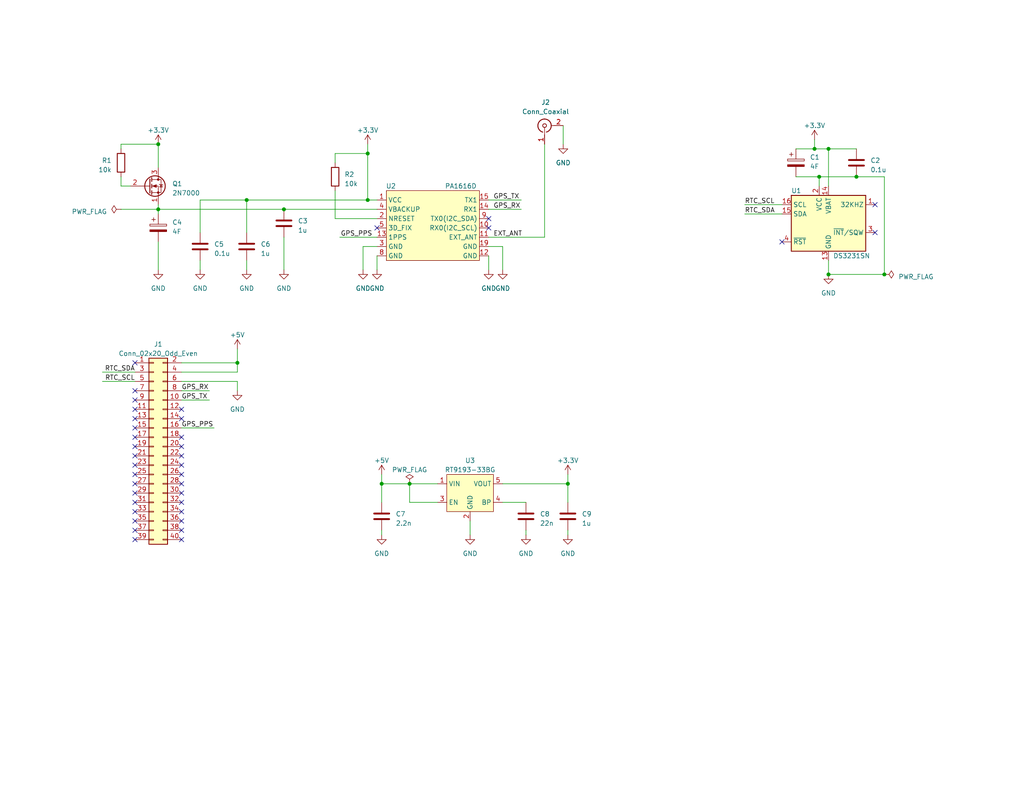
<source format=kicad_sch>
(kicad_sch (version 20230121) (generator eeschema)

  (uuid 2bc1c50e-88ac-4743-b131-6335c2cbbc6d)

  (paper "USLetter")

  (title_block
    (title "GPS TCXO Hat")
    (date "2023-02-20")
    (rev "0.1")
  )

  (lib_symbols
    (symbol "Connector:Conn_Coaxial" (pin_names (offset 1.016) hide) (in_bom yes) (on_board yes)
      (property "Reference" "J" (at 0.254 3.048 0)
        (effects (font (size 1.27 1.27)))
      )
      (property "Value" "Conn_Coaxial" (at 2.921 0 90)
        (effects (font (size 1.27 1.27)))
      )
      (property "Footprint" "" (at 0 0 0)
        (effects (font (size 1.27 1.27)) hide)
      )
      (property "Datasheet" " ~" (at 0 0 0)
        (effects (font (size 1.27 1.27)) hide)
      )
      (property "ki_keywords" "BNC SMA SMB SMC LEMO coaxial connector CINCH RCA" (at 0 0 0)
        (effects (font (size 1.27 1.27)) hide)
      )
      (property "ki_description" "coaxial connector (BNC, SMA, SMB, SMC, Cinch/RCA, LEMO, ...)" (at 0 0 0)
        (effects (font (size 1.27 1.27)) hide)
      )
      (property "ki_fp_filters" "*BNC* *SMA* *SMB* *SMC* *Cinch* *LEMO*" (at 0 0 0)
        (effects (font (size 1.27 1.27)) hide)
      )
      (symbol "Conn_Coaxial_0_1"
        (arc (start -1.778 -0.508) (mid 0.2311 -1.8066) (end 1.778 0)
          (stroke (width 0.254) (type default))
          (fill (type none))
        )
        (polyline
          (pts
            (xy -2.54 0)
            (xy -0.508 0)
          )
          (stroke (width 0) (type default))
          (fill (type none))
        )
        (polyline
          (pts
            (xy 0 -2.54)
            (xy 0 -1.778)
          )
          (stroke (width 0) (type default))
          (fill (type none))
        )
        (circle (center 0 0) (radius 0.508)
          (stroke (width 0.2032) (type default))
          (fill (type none))
        )
        (arc (start 1.778 0) (mid 0.2099 1.8101) (end -1.778 0.508)
          (stroke (width 0.254) (type default))
          (fill (type none))
        )
      )
      (symbol "Conn_Coaxial_1_1"
        (pin passive line (at -5.08 0 0) (length 2.54)
          (name "In" (effects (font (size 1.27 1.27))))
          (number "1" (effects (font (size 1.27 1.27))))
        )
        (pin passive line (at 0 -5.08 90) (length 2.54)
          (name "Ext" (effects (font (size 1.27 1.27))))
          (number "2" (effects (font (size 1.27 1.27))))
        )
      )
    )
    (symbol "Connector_Generic:Conn_02x20_Odd_Even" (pin_names (offset 1.016) hide) (in_bom yes) (on_board yes)
      (property "Reference" "J" (at 1.27 25.4 0)
        (effects (font (size 1.27 1.27)))
      )
      (property "Value" "Conn_02x20_Odd_Even" (at 1.27 -27.94 0)
        (effects (font (size 1.27 1.27)))
      )
      (property "Footprint" "" (at 0 0 0)
        (effects (font (size 1.27 1.27)) hide)
      )
      (property "Datasheet" "~" (at 0 0 0)
        (effects (font (size 1.27 1.27)) hide)
      )
      (property "ki_keywords" "connector" (at 0 0 0)
        (effects (font (size 1.27 1.27)) hide)
      )
      (property "ki_description" "Generic connector, double row, 02x20, odd/even pin numbering scheme (row 1 odd numbers, row 2 even numbers), script generated (kicad-library-utils/schlib/autogen/connector/)" (at 0 0 0)
        (effects (font (size 1.27 1.27)) hide)
      )
      (property "ki_fp_filters" "Connector*:*_2x??_*" (at 0 0 0)
        (effects (font (size 1.27 1.27)) hide)
      )
      (symbol "Conn_02x20_Odd_Even_1_1"
        (rectangle (start -1.27 -25.273) (end 0 -25.527)
          (stroke (width 0.1524) (type default))
          (fill (type none))
        )
        (rectangle (start -1.27 -22.733) (end 0 -22.987)
          (stroke (width 0.1524) (type default))
          (fill (type none))
        )
        (rectangle (start -1.27 -20.193) (end 0 -20.447)
          (stroke (width 0.1524) (type default))
          (fill (type none))
        )
        (rectangle (start -1.27 -17.653) (end 0 -17.907)
          (stroke (width 0.1524) (type default))
          (fill (type none))
        )
        (rectangle (start -1.27 -15.113) (end 0 -15.367)
          (stroke (width 0.1524) (type default))
          (fill (type none))
        )
        (rectangle (start -1.27 -12.573) (end 0 -12.827)
          (stroke (width 0.1524) (type default))
          (fill (type none))
        )
        (rectangle (start -1.27 -10.033) (end 0 -10.287)
          (stroke (width 0.1524) (type default))
          (fill (type none))
        )
        (rectangle (start -1.27 -7.493) (end 0 -7.747)
          (stroke (width 0.1524) (type default))
          (fill (type none))
        )
        (rectangle (start -1.27 -4.953) (end 0 -5.207)
          (stroke (width 0.1524) (type default))
          (fill (type none))
        )
        (rectangle (start -1.27 -2.413) (end 0 -2.667)
          (stroke (width 0.1524) (type default))
          (fill (type none))
        )
        (rectangle (start -1.27 0.127) (end 0 -0.127)
          (stroke (width 0.1524) (type default))
          (fill (type none))
        )
        (rectangle (start -1.27 2.667) (end 0 2.413)
          (stroke (width 0.1524) (type default))
          (fill (type none))
        )
        (rectangle (start -1.27 5.207) (end 0 4.953)
          (stroke (width 0.1524) (type default))
          (fill (type none))
        )
        (rectangle (start -1.27 7.747) (end 0 7.493)
          (stroke (width 0.1524) (type default))
          (fill (type none))
        )
        (rectangle (start -1.27 10.287) (end 0 10.033)
          (stroke (width 0.1524) (type default))
          (fill (type none))
        )
        (rectangle (start -1.27 12.827) (end 0 12.573)
          (stroke (width 0.1524) (type default))
          (fill (type none))
        )
        (rectangle (start -1.27 15.367) (end 0 15.113)
          (stroke (width 0.1524) (type default))
          (fill (type none))
        )
        (rectangle (start -1.27 17.907) (end 0 17.653)
          (stroke (width 0.1524) (type default))
          (fill (type none))
        )
        (rectangle (start -1.27 20.447) (end 0 20.193)
          (stroke (width 0.1524) (type default))
          (fill (type none))
        )
        (rectangle (start -1.27 22.987) (end 0 22.733)
          (stroke (width 0.1524) (type default))
          (fill (type none))
        )
        (rectangle (start -1.27 24.13) (end 3.81 -26.67)
          (stroke (width 0.254) (type default))
          (fill (type background))
        )
        (rectangle (start 3.81 -25.273) (end 2.54 -25.527)
          (stroke (width 0.1524) (type default))
          (fill (type none))
        )
        (rectangle (start 3.81 -22.733) (end 2.54 -22.987)
          (stroke (width 0.1524) (type default))
          (fill (type none))
        )
        (rectangle (start 3.81 -20.193) (end 2.54 -20.447)
          (stroke (width 0.1524) (type default))
          (fill (type none))
        )
        (rectangle (start 3.81 -17.653) (end 2.54 -17.907)
          (stroke (width 0.1524) (type default))
          (fill (type none))
        )
        (rectangle (start 3.81 -15.113) (end 2.54 -15.367)
          (stroke (width 0.1524) (type default))
          (fill (type none))
        )
        (rectangle (start 3.81 -12.573) (end 2.54 -12.827)
          (stroke (width 0.1524) (type default))
          (fill (type none))
        )
        (rectangle (start 3.81 -10.033) (end 2.54 -10.287)
          (stroke (width 0.1524) (type default))
          (fill (type none))
        )
        (rectangle (start 3.81 -7.493) (end 2.54 -7.747)
          (stroke (width 0.1524) (type default))
          (fill (type none))
        )
        (rectangle (start 3.81 -4.953) (end 2.54 -5.207)
          (stroke (width 0.1524) (type default))
          (fill (type none))
        )
        (rectangle (start 3.81 -2.413) (end 2.54 -2.667)
          (stroke (width 0.1524) (type default))
          (fill (type none))
        )
        (rectangle (start 3.81 0.127) (end 2.54 -0.127)
          (stroke (width 0.1524) (type default))
          (fill (type none))
        )
        (rectangle (start 3.81 2.667) (end 2.54 2.413)
          (stroke (width 0.1524) (type default))
          (fill (type none))
        )
        (rectangle (start 3.81 5.207) (end 2.54 4.953)
          (stroke (width 0.1524) (type default))
          (fill (type none))
        )
        (rectangle (start 3.81 7.747) (end 2.54 7.493)
          (stroke (width 0.1524) (type default))
          (fill (type none))
        )
        (rectangle (start 3.81 10.287) (end 2.54 10.033)
          (stroke (width 0.1524) (type default))
          (fill (type none))
        )
        (rectangle (start 3.81 12.827) (end 2.54 12.573)
          (stroke (width 0.1524) (type default))
          (fill (type none))
        )
        (rectangle (start 3.81 15.367) (end 2.54 15.113)
          (stroke (width 0.1524) (type default))
          (fill (type none))
        )
        (rectangle (start 3.81 17.907) (end 2.54 17.653)
          (stroke (width 0.1524) (type default))
          (fill (type none))
        )
        (rectangle (start 3.81 20.447) (end 2.54 20.193)
          (stroke (width 0.1524) (type default))
          (fill (type none))
        )
        (rectangle (start 3.81 22.987) (end 2.54 22.733)
          (stroke (width 0.1524) (type default))
          (fill (type none))
        )
        (pin passive line (at -5.08 22.86 0) (length 3.81)
          (name "Pin_1" (effects (font (size 1.27 1.27))))
          (number "1" (effects (font (size 1.27 1.27))))
        )
        (pin passive line (at 7.62 12.7 180) (length 3.81)
          (name "Pin_10" (effects (font (size 1.27 1.27))))
          (number "10" (effects (font (size 1.27 1.27))))
        )
        (pin passive line (at -5.08 10.16 0) (length 3.81)
          (name "Pin_11" (effects (font (size 1.27 1.27))))
          (number "11" (effects (font (size 1.27 1.27))))
        )
        (pin passive line (at 7.62 10.16 180) (length 3.81)
          (name "Pin_12" (effects (font (size 1.27 1.27))))
          (number "12" (effects (font (size 1.27 1.27))))
        )
        (pin passive line (at -5.08 7.62 0) (length 3.81)
          (name "Pin_13" (effects (font (size 1.27 1.27))))
          (number "13" (effects (font (size 1.27 1.27))))
        )
        (pin passive line (at 7.62 7.62 180) (length 3.81)
          (name "Pin_14" (effects (font (size 1.27 1.27))))
          (number "14" (effects (font (size 1.27 1.27))))
        )
        (pin passive line (at -5.08 5.08 0) (length 3.81)
          (name "Pin_15" (effects (font (size 1.27 1.27))))
          (number "15" (effects (font (size 1.27 1.27))))
        )
        (pin passive line (at 7.62 5.08 180) (length 3.81)
          (name "Pin_16" (effects (font (size 1.27 1.27))))
          (number "16" (effects (font (size 1.27 1.27))))
        )
        (pin passive line (at -5.08 2.54 0) (length 3.81)
          (name "Pin_17" (effects (font (size 1.27 1.27))))
          (number "17" (effects (font (size 1.27 1.27))))
        )
        (pin passive line (at 7.62 2.54 180) (length 3.81)
          (name "Pin_18" (effects (font (size 1.27 1.27))))
          (number "18" (effects (font (size 1.27 1.27))))
        )
        (pin passive line (at -5.08 0 0) (length 3.81)
          (name "Pin_19" (effects (font (size 1.27 1.27))))
          (number "19" (effects (font (size 1.27 1.27))))
        )
        (pin passive line (at 7.62 22.86 180) (length 3.81)
          (name "Pin_2" (effects (font (size 1.27 1.27))))
          (number "2" (effects (font (size 1.27 1.27))))
        )
        (pin passive line (at 7.62 0 180) (length 3.81)
          (name "Pin_20" (effects (font (size 1.27 1.27))))
          (number "20" (effects (font (size 1.27 1.27))))
        )
        (pin passive line (at -5.08 -2.54 0) (length 3.81)
          (name "Pin_21" (effects (font (size 1.27 1.27))))
          (number "21" (effects (font (size 1.27 1.27))))
        )
        (pin passive line (at 7.62 -2.54 180) (length 3.81)
          (name "Pin_22" (effects (font (size 1.27 1.27))))
          (number "22" (effects (font (size 1.27 1.27))))
        )
        (pin passive line (at -5.08 -5.08 0) (length 3.81)
          (name "Pin_23" (effects (font (size 1.27 1.27))))
          (number "23" (effects (font (size 1.27 1.27))))
        )
        (pin passive line (at 7.62 -5.08 180) (length 3.81)
          (name "Pin_24" (effects (font (size 1.27 1.27))))
          (number "24" (effects (font (size 1.27 1.27))))
        )
        (pin passive line (at -5.08 -7.62 0) (length 3.81)
          (name "Pin_25" (effects (font (size 1.27 1.27))))
          (number "25" (effects (font (size 1.27 1.27))))
        )
        (pin passive line (at 7.62 -7.62 180) (length 3.81)
          (name "Pin_26" (effects (font (size 1.27 1.27))))
          (number "26" (effects (font (size 1.27 1.27))))
        )
        (pin passive line (at -5.08 -10.16 0) (length 3.81)
          (name "Pin_27" (effects (font (size 1.27 1.27))))
          (number "27" (effects (font (size 1.27 1.27))))
        )
        (pin passive line (at 7.62 -10.16 180) (length 3.81)
          (name "Pin_28" (effects (font (size 1.27 1.27))))
          (number "28" (effects (font (size 1.27 1.27))))
        )
        (pin passive line (at -5.08 -12.7 0) (length 3.81)
          (name "Pin_29" (effects (font (size 1.27 1.27))))
          (number "29" (effects (font (size 1.27 1.27))))
        )
        (pin passive line (at -5.08 20.32 0) (length 3.81)
          (name "Pin_3" (effects (font (size 1.27 1.27))))
          (number "3" (effects (font (size 1.27 1.27))))
        )
        (pin passive line (at 7.62 -12.7 180) (length 3.81)
          (name "Pin_30" (effects (font (size 1.27 1.27))))
          (number "30" (effects (font (size 1.27 1.27))))
        )
        (pin passive line (at -5.08 -15.24 0) (length 3.81)
          (name "Pin_31" (effects (font (size 1.27 1.27))))
          (number "31" (effects (font (size 1.27 1.27))))
        )
        (pin passive line (at 7.62 -15.24 180) (length 3.81)
          (name "Pin_32" (effects (font (size 1.27 1.27))))
          (number "32" (effects (font (size 1.27 1.27))))
        )
        (pin passive line (at -5.08 -17.78 0) (length 3.81)
          (name "Pin_33" (effects (font (size 1.27 1.27))))
          (number "33" (effects (font (size 1.27 1.27))))
        )
        (pin passive line (at 7.62 -17.78 180) (length 3.81)
          (name "Pin_34" (effects (font (size 1.27 1.27))))
          (number "34" (effects (font (size 1.27 1.27))))
        )
        (pin passive line (at -5.08 -20.32 0) (length 3.81)
          (name "Pin_35" (effects (font (size 1.27 1.27))))
          (number "35" (effects (font (size 1.27 1.27))))
        )
        (pin passive line (at 7.62 -20.32 180) (length 3.81)
          (name "Pin_36" (effects (font (size 1.27 1.27))))
          (number "36" (effects (font (size 1.27 1.27))))
        )
        (pin passive line (at -5.08 -22.86 0) (length 3.81)
          (name "Pin_37" (effects (font (size 1.27 1.27))))
          (number "37" (effects (font (size 1.27 1.27))))
        )
        (pin passive line (at 7.62 -22.86 180) (length 3.81)
          (name "Pin_38" (effects (font (size 1.27 1.27))))
          (number "38" (effects (font (size 1.27 1.27))))
        )
        (pin passive line (at -5.08 -25.4 0) (length 3.81)
          (name "Pin_39" (effects (font (size 1.27 1.27))))
          (number "39" (effects (font (size 1.27 1.27))))
        )
        (pin passive line (at 7.62 20.32 180) (length 3.81)
          (name "Pin_4" (effects (font (size 1.27 1.27))))
          (number "4" (effects (font (size 1.27 1.27))))
        )
        (pin passive line (at 7.62 -25.4 180) (length 3.81)
          (name "Pin_40" (effects (font (size 1.27 1.27))))
          (number "40" (effects (font (size 1.27 1.27))))
        )
        (pin passive line (at -5.08 17.78 0) (length 3.81)
          (name "Pin_5" (effects (font (size 1.27 1.27))))
          (number "5" (effects (font (size 1.27 1.27))))
        )
        (pin passive line (at 7.62 17.78 180) (length 3.81)
          (name "Pin_6" (effects (font (size 1.27 1.27))))
          (number "6" (effects (font (size 1.27 1.27))))
        )
        (pin passive line (at -5.08 15.24 0) (length 3.81)
          (name "Pin_7" (effects (font (size 1.27 1.27))))
          (number "7" (effects (font (size 1.27 1.27))))
        )
        (pin passive line (at 7.62 15.24 180) (length 3.81)
          (name "Pin_8" (effects (font (size 1.27 1.27))))
          (number "8" (effects (font (size 1.27 1.27))))
        )
        (pin passive line (at -5.08 12.7 0) (length 3.81)
          (name "Pin_9" (effects (font (size 1.27 1.27))))
          (number "9" (effects (font (size 1.27 1.27))))
        )
      )
    )
    (symbol "Device:C" (pin_numbers hide) (pin_names (offset 0.254)) (in_bom yes) (on_board yes)
      (property "Reference" "C" (at 0.635 2.54 0)
        (effects (font (size 1.27 1.27)) (justify left))
      )
      (property "Value" "C" (at 0.635 -2.54 0)
        (effects (font (size 1.27 1.27)) (justify left))
      )
      (property "Footprint" "" (at 0.9652 -3.81 0)
        (effects (font (size 1.27 1.27)) hide)
      )
      (property "Datasheet" "~" (at 0 0 0)
        (effects (font (size 1.27 1.27)) hide)
      )
      (property "ki_keywords" "cap capacitor" (at 0 0 0)
        (effects (font (size 1.27 1.27)) hide)
      )
      (property "ki_description" "Unpolarized capacitor" (at 0 0 0)
        (effects (font (size 1.27 1.27)) hide)
      )
      (property "ki_fp_filters" "C_*" (at 0 0 0)
        (effects (font (size 1.27 1.27)) hide)
      )
      (symbol "C_0_1"
        (polyline
          (pts
            (xy -2.032 -0.762)
            (xy 2.032 -0.762)
          )
          (stroke (width 0.508) (type default))
          (fill (type none))
        )
        (polyline
          (pts
            (xy -2.032 0.762)
            (xy 2.032 0.762)
          )
          (stroke (width 0.508) (type default))
          (fill (type none))
        )
      )
      (symbol "C_1_1"
        (pin passive line (at 0 3.81 270) (length 2.794)
          (name "~" (effects (font (size 1.27 1.27))))
          (number "1" (effects (font (size 1.27 1.27))))
        )
        (pin passive line (at 0 -3.81 90) (length 2.794)
          (name "~" (effects (font (size 1.27 1.27))))
          (number "2" (effects (font (size 1.27 1.27))))
        )
      )
    )
    (symbol "Device:C_Polarized" (pin_numbers hide) (pin_names (offset 0.254)) (in_bom yes) (on_board yes)
      (property "Reference" "C" (at 0.635 2.54 0)
        (effects (font (size 1.27 1.27)) (justify left))
      )
      (property "Value" "C_Polarized" (at 0.635 -2.54 0)
        (effects (font (size 1.27 1.27)) (justify left))
      )
      (property "Footprint" "" (at 0.9652 -3.81 0)
        (effects (font (size 1.27 1.27)) hide)
      )
      (property "Datasheet" "~" (at 0 0 0)
        (effects (font (size 1.27 1.27)) hide)
      )
      (property "ki_keywords" "cap capacitor" (at 0 0 0)
        (effects (font (size 1.27 1.27)) hide)
      )
      (property "ki_description" "Polarized capacitor" (at 0 0 0)
        (effects (font (size 1.27 1.27)) hide)
      )
      (property "ki_fp_filters" "CP_*" (at 0 0 0)
        (effects (font (size 1.27 1.27)) hide)
      )
      (symbol "C_Polarized_0_1"
        (rectangle (start -2.286 0.508) (end 2.286 1.016)
          (stroke (width 0) (type default))
          (fill (type none))
        )
        (polyline
          (pts
            (xy -1.778 2.286)
            (xy -0.762 2.286)
          )
          (stroke (width 0) (type default))
          (fill (type none))
        )
        (polyline
          (pts
            (xy -1.27 2.794)
            (xy -1.27 1.778)
          )
          (stroke (width 0) (type default))
          (fill (type none))
        )
        (rectangle (start 2.286 -0.508) (end -2.286 -1.016)
          (stroke (width 0) (type default))
          (fill (type outline))
        )
      )
      (symbol "C_Polarized_1_1"
        (pin passive line (at 0 3.81 270) (length 2.794)
          (name "~" (effects (font (size 1.27 1.27))))
          (number "1" (effects (font (size 1.27 1.27))))
        )
        (pin passive line (at 0 -3.81 90) (length 2.794)
          (name "~" (effects (font (size 1.27 1.27))))
          (number "2" (effects (font (size 1.27 1.27))))
        )
      )
    )
    (symbol "Device:R" (pin_numbers hide) (pin_names (offset 0)) (in_bom yes) (on_board yes)
      (property "Reference" "R" (at 2.032 0 90)
        (effects (font (size 1.27 1.27)))
      )
      (property "Value" "R" (at 0 0 90)
        (effects (font (size 1.27 1.27)))
      )
      (property "Footprint" "" (at -1.778 0 90)
        (effects (font (size 1.27 1.27)) hide)
      )
      (property "Datasheet" "~" (at 0 0 0)
        (effects (font (size 1.27 1.27)) hide)
      )
      (property "ki_keywords" "R res resistor" (at 0 0 0)
        (effects (font (size 1.27 1.27)) hide)
      )
      (property "ki_description" "Resistor" (at 0 0 0)
        (effects (font (size 1.27 1.27)) hide)
      )
      (property "ki_fp_filters" "R_*" (at 0 0 0)
        (effects (font (size 1.27 1.27)) hide)
      )
      (symbol "R_0_1"
        (rectangle (start -1.016 -2.54) (end 1.016 2.54)
          (stroke (width 0.254) (type default))
          (fill (type none))
        )
      )
      (symbol "R_1_1"
        (pin passive line (at 0 3.81 270) (length 1.27)
          (name "~" (effects (font (size 1.27 1.27))))
          (number "1" (effects (font (size 1.27 1.27))))
        )
        (pin passive line (at 0 -3.81 90) (length 1.27)
          (name "~" (effects (font (size 1.27 1.27))))
          (number "2" (effects (font (size 1.27 1.27))))
        )
      )
    )
    (symbol "GPS TCXO Hat:CD-PA1616D" (in_bom yes) (on_board yes)
      (property "Reference" "U" (at -12.7 11.43 0)
        (effects (font (size 1.27 1.27)) (justify left))
      )
      (property "Value" "PA1616D" (at 12.7 11.43 0)
        (effects (font (size 1.27 1.27)) (justify right))
      )
      (property "Footprint" "GPS TCXO Hat:PA1616D" (at 0 20.32 0)
        (effects (font (size 1.27 1.27)) hide)
      )
      (property "Datasheet" "https://cdn-shop.adafruit.com/product-files/5186/5186_PA1616D_Datasheet.pdf" (at 22.86 22.86 0)
        (effects (font (size 1.27 1.27)) hide)
      )
      (property "ki_keywords" "GPS" (at 0 0 0)
        (effects (font (size 1.27 1.27)) hide)
      )
      (property "ki_description" "GPS Module 99 channels 33 tracking" (at 0 0 0)
        (effects (font (size 1.27 1.27)) hide)
      )
      (symbol "CD-PA1616D_0_1"
        (rectangle (start -12.7 10.16) (end 12.7 -8.89)
          (stroke (width 0) (type default))
          (fill (type background))
        )
      )
      (symbol "CD-PA1616D_1_0"
        (pin power_in line (at 15.24 -7.62 180) (length 2.54)
          (name "GND" (effects (font (size 1.27 1.27))))
          (number "12" (effects (font (size 1.27 1.27))))
        )
        (pin power_in line (at 15.24 -5.08 180) (length 2.54)
          (name "GND" (effects (font (size 1.27 1.27))))
          (number "19" (effects (font (size 1.27 1.27))))
        )
        (pin power_in line (at -15.24 -5.08 0) (length 2.54)
          (name "GND" (effects (font (size 1.27 1.27))))
          (number "3" (effects (font (size 1.27 1.27))))
        )
        (pin power_in line (at -15.24 -7.62 0) (length 2.54)
          (name "GND" (effects (font (size 1.27 1.27))))
          (number "8" (effects (font (size 1.27 1.27))))
        )
      )
      (symbol "CD-PA1616D_1_1"
        (pin power_in line (at -15.24 7.62 0) (length 2.54)
          (name "VCC" (effects (font (size 1.27 1.27))))
          (number "1" (effects (font (size 1.27 1.27))))
        )
        (pin input line (at 15.24 0 180) (length 2.54)
          (name "RX0(I2C_SCL)" (effects (font (size 1.27 1.27))))
          (number "10" (effects (font (size 1.27 1.27))))
        )
        (pin bidirectional line (at 15.24 -2.54 180) (length 2.54)
          (name "EXT_ANT" (effects (font (size 1.27 1.27))))
          (number "11" (effects (font (size 1.27 1.27))))
        )
        (pin output line (at -15.24 -2.54 0) (length 2.54)
          (name "1PPS" (effects (font (size 1.27 1.27))))
          (number "13" (effects (font (size 1.27 1.27))))
        )
        (pin input line (at 15.24 5.08 180) (length 2.54)
          (name "RX1" (effects (font (size 1.27 1.27))))
          (number "14" (effects (font (size 1.27 1.27))))
        )
        (pin output line (at 15.24 7.62 180) (length 2.54)
          (name "TX1" (effects (font (size 1.27 1.27))))
          (number "15" (effects (font (size 1.27 1.27))))
        )
        (pin no_connect line (at -26.67 -19.05 0) (length 2.54) hide
          (name "NC" (effects (font (size 1.27 1.27))))
          (number "16" (effects (font (size 1.27 1.27))))
        )
        (pin no_connect line (at -26.67 -21.59 0) (length 2.54) hide
          (name "NC" (effects (font (size 1.27 1.27))))
          (number "17" (effects (font (size 1.27 1.27))))
        )
        (pin no_connect line (at -26.67 -24.13 0) (length 2.54) hide
          (name "NC" (effects (font (size 1.27 1.27))))
          (number "18" (effects (font (size 1.27 1.27))))
        )
        (pin output line (at -15.24 2.54 0) (length 2.54)
          (name "NRESET" (effects (font (size 1.27 1.27))))
          (number "2" (effects (font (size 1.27 1.27))))
        )
        (pin no_connect line (at -26.67 -26.67 0) (length 2.54) hide
          (name "NC" (effects (font (size 1.27 1.27))))
          (number "20" (effects (font (size 1.27 1.27))))
        )
        (pin power_in line (at -15.24 5.08 0) (length 2.54)
          (name "VBACKUP" (effects (font (size 1.27 1.27))))
          (number "4" (effects (font (size 1.27 1.27))))
        )
        (pin output line (at -15.24 0 0) (length 2.54)
          (name "3D_FIX" (effects (font (size 1.27 1.27))))
          (number "5" (effects (font (size 1.27 1.27))))
        )
        (pin no_connect line (at -26.67 -13.97 0) (length 2.54) hide
          (name "NC" (effects (font (size 1.27 1.27))))
          (number "6" (effects (font (size 1.27 1.27))))
        )
        (pin no_connect line (at -26.67 -16.51 0) (length 2.54) hide
          (name "NC" (effects (font (size 1.27 1.27))))
          (number "7" (effects (font (size 1.27 1.27))))
        )
        (pin output line (at 15.24 2.54 180) (length 2.54)
          (name "TX0(I2C_SDA)" (effects (font (size 1.27 1.27))))
          (number "9" (effects (font (size 1.27 1.27))))
        )
      )
    )
    (symbol "GPS TCXO Hat:DS3231" (in_bom yes) (on_board yes)
      (property "Reference" "U" (at -7.62 8.89 0)
        (effects (font (size 1.27 1.27)) (justify right))
      )
      (property "Value" "DS3231" (at 10.16 8.89 0)
        (effects (font (size 1.27 1.27)) (justify right))
      )
      (property "Footprint" "Package_SO:SOIC-16W_7.5x10.3mm_P1.27mm" (at 0 -15.24 0)
        (effects (font (size 1.27 1.27)) hide)
      )
      (property "Datasheet" "http://datasheets.maximintegrated.com/en/ds/DS3231.pdf" (at 6.858 1.27 0)
        (effects (font (size 1.27 1.27)) hide)
      )
      (property "ki_keywords" "RTC TCXO Realtime Time Clock Crystal Oscillator I2C" (at 0 0 0)
        (effects (font (size 1.27 1.27)) hide)
      )
      (property "ki_description" "Extremely Accurate I2C-Integrated RTC/TCXO/Crystal SOIC-16" (at 0 0 0)
        (effects (font (size 1.27 1.27)) hide)
      )
      (property "ki_fp_filters" "SOIC*7.5x10.3mm*P1.27mm*" (at 0 0 0)
        (effects (font (size 1.27 1.27)) hide)
      )
      (symbol "DS3231_0_1"
        (rectangle (start -10.16 7.62) (end 10.16 -7.62)
          (stroke (width 0.254) (type default))
          (fill (type background))
        )
      )
      (symbol "DS3231_1_0"
        (pin power_in line (at 0 -10.16 90) (length 2.54)
          (name "GND" (effects (font (size 1.27 1.27))))
          (number "13" (effects (font (size 1.27 1.27))))
        )
      )
      (symbol "DS3231_1_1"
        (pin open_collector line (at 12.7 5.08 180) (length 2.54)
          (name "32KHZ" (effects (font (size 1.27 1.27))))
          (number "1" (effects (font (size 1.27 1.27))))
        )
        (pin passive line (at 0 -10.16 90) (length 2.54) hide
          (name "GND" (effects (font (size 1.27 1.27))))
          (number "10" (effects (font (size 1.27 1.27))))
        )
        (pin passive line (at 0 -10.16 90) (length 2.54) hide
          (name "GND" (effects (font (size 1.27 1.27))))
          (number "11" (effects (font (size 1.27 1.27))))
        )
        (pin passive line (at 0 -10.16 90) (length 2.54) hide
          (name "GND" (effects (font (size 1.27 1.27))))
          (number "12" (effects (font (size 1.27 1.27))))
        )
        (pin power_in line (at 0 10.16 270) (length 2.54)
          (name "VBAT" (effects (font (size 1.27 1.27))))
          (number "14" (effects (font (size 1.27 1.27))))
        )
        (pin bidirectional line (at -12.7 2.54 0) (length 2.54)
          (name "SDA" (effects (font (size 1.27 1.27))))
          (number "15" (effects (font (size 1.27 1.27))))
        )
        (pin input line (at -12.7 5.08 0) (length 2.54)
          (name "SCL" (effects (font (size 1.27 1.27))))
          (number "16" (effects (font (size 1.27 1.27))))
        )
        (pin power_in line (at -2.54 10.16 270) (length 2.54)
          (name "VCC" (effects (font (size 1.27 1.27))))
          (number "2" (effects (font (size 1.27 1.27))))
        )
        (pin open_collector line (at 12.7 -2.54 180) (length 2.54)
          (name "~{INT}/SQW" (effects (font (size 1.27 1.27))))
          (number "3" (effects (font (size 1.27 1.27))))
        )
        (pin bidirectional line (at -12.7 -5.08 0) (length 2.54)
          (name "~{RST}" (effects (font (size 1.27 1.27))))
          (number "4" (effects (font (size 1.27 1.27))))
        )
        (pin passive line (at 0 -10.16 90) (length 2.54) hide
          (name "GND" (effects (font (size 1.27 1.27))))
          (number "5" (effects (font (size 1.27 1.27))))
        )
        (pin passive line (at 0 -10.16 90) (length 2.54) hide
          (name "GND" (effects (font (size 1.27 1.27))))
          (number "6" (effects (font (size 1.27 1.27))))
        )
        (pin passive line (at 0 -10.16 90) (length 2.54) hide
          (name "GND" (effects (font (size 1.27 1.27))))
          (number "7" (effects (font (size 1.27 1.27))))
        )
        (pin passive line (at 0 -10.16 90) (length 2.54) hide
          (name "GND" (effects (font (size 1.27 1.27))))
          (number "8" (effects (font (size 1.27 1.27))))
        )
        (pin passive line (at 0 -10.16 90) (length 2.54) hide
          (name "GND" (effects (font (size 1.27 1.27))))
          (number "9" (effects (font (size 1.27 1.27))))
        )
      )
    )
    (symbol "GPS TCXO Hat:RT9193-33BG" (in_bom yes) (on_board yes)
      (property "Reference" "U" (at 0 8.89 0)
        (effects (font (size 1.27 1.27)))
      )
      (property "Value" "RT9193-33BG" (at 0 6.35 0)
        (effects (font (size 1.27 1.27)))
      )
      (property "Footprint" "Package_TO_SOT_SMD:SOT-23-5" (at -17.78 -19.05 0)
        (effects (font (size 1.27 1.27)) hide)
      )
      (property "Datasheet" "https://www.richtek.com/assets/product_file/RT9193/DS9193-18.pdf" (at -17.78 -19.05 0)
        (effects (font (size 1.27 1.27)) hide)
      )
      (property "ki_keywords" "3.3v LDO" (at 0 0 0)
        (effects (font (size 1.27 1.27)) hide)
      )
      (property "ki_description" "ultra-low noise LDO" (at 0 0 0)
        (effects (font (size 1.27 1.27)) hide)
      )
      (symbol "RT9193-33BG_0_0"
        (pin power_in line (at -8.89 2.54 0) (length 2.54)
          (name "VIN" (effects (font (size 1.27 1.27))))
          (number "1" (effects (font (size 1.27 1.27))))
        )
        (pin power_in line (at 0 -7.62 90) (length 2.54)
          (name "GND" (effects (font (size 1.27 1.27))))
          (number "2" (effects (font (size 1.27 1.27))))
        )
        (pin input line (at -8.89 -2.54 0) (length 2.54)
          (name "EN" (effects (font (size 1.27 1.27))))
          (number "3" (effects (font (size 1.27 1.27))))
        )
        (pin output line (at 8.89 -2.54 180) (length 2.54)
          (name "BP" (effects (font (size 1.27 1.27))))
          (number "4" (effects (font (size 1.27 1.27))))
        )
        (pin power_out line (at 8.89 2.54 180) (length 2.54)
          (name "VOUT" (effects (font (size 1.27 1.27))))
          (number "5" (effects (font (size 1.27 1.27))))
        )
      )
      (symbol "RT9193-33BG_0_1"
        (rectangle (start -6.35 5.08) (end 6.35 -5.08)
          (stroke (width 0) (type default))
          (fill (type background))
        )
      )
    )
    (symbol "Transistor_FET:2N7000" (pin_names hide) (in_bom yes) (on_board yes)
      (property "Reference" "Q" (at 5.08 1.905 0)
        (effects (font (size 1.27 1.27)) (justify left))
      )
      (property "Value" "2N7000" (at 5.08 0 0)
        (effects (font (size 1.27 1.27)) (justify left))
      )
      (property "Footprint" "Package_TO_SOT_THT:TO-92_Inline" (at 5.08 -1.905 0)
        (effects (font (size 1.27 1.27) italic) (justify left) hide)
      )
      (property "Datasheet" "https://www.vishay.com/docs/70226/70226.pdf" (at 0 0 0)
        (effects (font (size 1.27 1.27)) (justify left) hide)
      )
      (property "ki_keywords" "N-Channel MOSFET Logic-Level" (at 0 0 0)
        (effects (font (size 1.27 1.27)) hide)
      )
      (property "ki_description" "0.2A Id, 200V Vds, N-Channel MOSFET, 2.6V Logic Level, TO-92" (at 0 0 0)
        (effects (font (size 1.27 1.27)) hide)
      )
      (property "ki_fp_filters" "TO?92*" (at 0 0 0)
        (effects (font (size 1.27 1.27)) hide)
      )
      (symbol "2N7000_0_1"
        (polyline
          (pts
            (xy 0.254 0)
            (xy -2.54 0)
          )
          (stroke (width 0) (type default))
          (fill (type none))
        )
        (polyline
          (pts
            (xy 0.254 1.905)
            (xy 0.254 -1.905)
          )
          (stroke (width 0.254) (type default))
          (fill (type none))
        )
        (polyline
          (pts
            (xy 0.762 -1.27)
            (xy 0.762 -2.286)
          )
          (stroke (width 0.254) (type default))
          (fill (type none))
        )
        (polyline
          (pts
            (xy 0.762 0.508)
            (xy 0.762 -0.508)
          )
          (stroke (width 0.254) (type default))
          (fill (type none))
        )
        (polyline
          (pts
            (xy 0.762 2.286)
            (xy 0.762 1.27)
          )
          (stroke (width 0.254) (type default))
          (fill (type none))
        )
        (polyline
          (pts
            (xy 2.54 2.54)
            (xy 2.54 1.778)
          )
          (stroke (width 0) (type default))
          (fill (type none))
        )
        (polyline
          (pts
            (xy 2.54 -2.54)
            (xy 2.54 0)
            (xy 0.762 0)
          )
          (stroke (width 0) (type default))
          (fill (type none))
        )
        (polyline
          (pts
            (xy 0.762 -1.778)
            (xy 3.302 -1.778)
            (xy 3.302 1.778)
            (xy 0.762 1.778)
          )
          (stroke (width 0) (type default))
          (fill (type none))
        )
        (polyline
          (pts
            (xy 1.016 0)
            (xy 2.032 0.381)
            (xy 2.032 -0.381)
            (xy 1.016 0)
          )
          (stroke (width 0) (type default))
          (fill (type outline))
        )
        (polyline
          (pts
            (xy 2.794 0.508)
            (xy 2.921 0.381)
            (xy 3.683 0.381)
            (xy 3.81 0.254)
          )
          (stroke (width 0) (type default))
          (fill (type none))
        )
        (polyline
          (pts
            (xy 3.302 0.381)
            (xy 2.921 -0.254)
            (xy 3.683 -0.254)
            (xy 3.302 0.381)
          )
          (stroke (width 0) (type default))
          (fill (type none))
        )
        (circle (center 1.651 0) (radius 2.794)
          (stroke (width 0.254) (type default))
          (fill (type none))
        )
        (circle (center 2.54 -1.778) (radius 0.254)
          (stroke (width 0) (type default))
          (fill (type outline))
        )
        (circle (center 2.54 1.778) (radius 0.254)
          (stroke (width 0) (type default))
          (fill (type outline))
        )
      )
      (symbol "2N7000_1_1"
        (pin passive line (at 2.54 -5.08 90) (length 2.54)
          (name "S" (effects (font (size 1.27 1.27))))
          (number "1" (effects (font (size 1.27 1.27))))
        )
        (pin input line (at -5.08 0 0) (length 2.54)
          (name "G" (effects (font (size 1.27 1.27))))
          (number "2" (effects (font (size 1.27 1.27))))
        )
        (pin passive line (at 2.54 5.08 270) (length 2.54)
          (name "D" (effects (font (size 1.27 1.27))))
          (number "3" (effects (font (size 1.27 1.27))))
        )
      )
    )
    (symbol "power:+3.3V" (power) (pin_names (offset 0)) (in_bom yes) (on_board yes)
      (property "Reference" "#PWR" (at 0 -3.81 0)
        (effects (font (size 1.27 1.27)) hide)
      )
      (property "Value" "+3.3V" (at 0 3.556 0)
        (effects (font (size 1.27 1.27)))
      )
      (property "Footprint" "" (at 0 0 0)
        (effects (font (size 1.27 1.27)) hide)
      )
      (property "Datasheet" "" (at 0 0 0)
        (effects (font (size 1.27 1.27)) hide)
      )
      (property "ki_keywords" "global power" (at 0 0 0)
        (effects (font (size 1.27 1.27)) hide)
      )
      (property "ki_description" "Power symbol creates a global label with name \"+3.3V\"" (at 0 0 0)
        (effects (font (size 1.27 1.27)) hide)
      )
      (symbol "+3.3V_0_1"
        (polyline
          (pts
            (xy -0.762 1.27)
            (xy 0 2.54)
          )
          (stroke (width 0) (type default))
          (fill (type none))
        )
        (polyline
          (pts
            (xy 0 0)
            (xy 0 2.54)
          )
          (stroke (width 0) (type default))
          (fill (type none))
        )
        (polyline
          (pts
            (xy 0 2.54)
            (xy 0.762 1.27)
          )
          (stroke (width 0) (type default))
          (fill (type none))
        )
      )
      (symbol "+3.3V_1_1"
        (pin power_in line (at 0 0 90) (length 0) hide
          (name "+3.3V" (effects (font (size 1.27 1.27))))
          (number "1" (effects (font (size 1.27 1.27))))
        )
      )
    )
    (symbol "power:+5V" (power) (pin_names (offset 0)) (in_bom yes) (on_board yes)
      (property "Reference" "#PWR" (at 0 -3.81 0)
        (effects (font (size 1.27 1.27)) hide)
      )
      (property "Value" "+5V" (at 0 3.556 0)
        (effects (font (size 1.27 1.27)))
      )
      (property "Footprint" "" (at 0 0 0)
        (effects (font (size 1.27 1.27)) hide)
      )
      (property "Datasheet" "" (at 0 0 0)
        (effects (font (size 1.27 1.27)) hide)
      )
      (property "ki_keywords" "global power" (at 0 0 0)
        (effects (font (size 1.27 1.27)) hide)
      )
      (property "ki_description" "Power symbol creates a global label with name \"+5V\"" (at 0 0 0)
        (effects (font (size 1.27 1.27)) hide)
      )
      (symbol "+5V_0_1"
        (polyline
          (pts
            (xy -0.762 1.27)
            (xy 0 2.54)
          )
          (stroke (width 0) (type default))
          (fill (type none))
        )
        (polyline
          (pts
            (xy 0 0)
            (xy 0 2.54)
          )
          (stroke (width 0) (type default))
          (fill (type none))
        )
        (polyline
          (pts
            (xy 0 2.54)
            (xy 0.762 1.27)
          )
          (stroke (width 0) (type default))
          (fill (type none))
        )
      )
      (symbol "+5V_1_1"
        (pin power_in line (at 0 0 90) (length 0) hide
          (name "+5V" (effects (font (size 1.27 1.27))))
          (number "1" (effects (font (size 1.27 1.27))))
        )
      )
    )
    (symbol "power:GND" (power) (pin_names (offset 0)) (in_bom yes) (on_board yes)
      (property "Reference" "#PWR" (at 0 -6.35 0)
        (effects (font (size 1.27 1.27)) hide)
      )
      (property "Value" "GND" (at 0 -3.81 0)
        (effects (font (size 1.27 1.27)))
      )
      (property "Footprint" "" (at 0 0 0)
        (effects (font (size 1.27 1.27)) hide)
      )
      (property "Datasheet" "" (at 0 0 0)
        (effects (font (size 1.27 1.27)) hide)
      )
      (property "ki_keywords" "global power" (at 0 0 0)
        (effects (font (size 1.27 1.27)) hide)
      )
      (property "ki_description" "Power symbol creates a global label with name \"GND\" , ground" (at 0 0 0)
        (effects (font (size 1.27 1.27)) hide)
      )
      (symbol "GND_0_1"
        (polyline
          (pts
            (xy 0 0)
            (xy 0 -1.27)
            (xy 1.27 -1.27)
            (xy 0 -2.54)
            (xy -1.27 -1.27)
            (xy 0 -1.27)
          )
          (stroke (width 0) (type default))
          (fill (type none))
        )
      )
      (symbol "GND_1_1"
        (pin power_in line (at 0 0 270) (length 0) hide
          (name "GND" (effects (font (size 1.27 1.27))))
          (number "1" (effects (font (size 1.27 1.27))))
        )
      )
    )
    (symbol "power:PWR_FLAG" (power) (pin_numbers hide) (pin_names (offset 0) hide) (in_bom yes) (on_board yes)
      (property "Reference" "#FLG" (at 0 1.905 0)
        (effects (font (size 1.27 1.27)) hide)
      )
      (property "Value" "PWR_FLAG" (at 0 3.81 0)
        (effects (font (size 1.27 1.27)))
      )
      (property "Footprint" "" (at 0 0 0)
        (effects (font (size 1.27 1.27)) hide)
      )
      (property "Datasheet" "~" (at 0 0 0)
        (effects (font (size 1.27 1.27)) hide)
      )
      (property "ki_keywords" "flag power" (at 0 0 0)
        (effects (font (size 1.27 1.27)) hide)
      )
      (property "ki_description" "Special symbol for telling ERC where power comes from" (at 0 0 0)
        (effects (font (size 1.27 1.27)) hide)
      )
      (symbol "PWR_FLAG_0_0"
        (pin power_out line (at 0 0 90) (length 0)
          (name "pwr" (effects (font (size 1.27 1.27))))
          (number "1" (effects (font (size 1.27 1.27))))
        )
      )
      (symbol "PWR_FLAG_0_1"
        (polyline
          (pts
            (xy 0 0)
            (xy 0 1.27)
            (xy -1.016 1.905)
            (xy 0 2.54)
            (xy 1.016 1.905)
            (xy 0 1.27)
          )
          (stroke (width 0) (type default))
          (fill (type none))
        )
      )
    )
  )

  (junction (at 233.68 48.26) (diameter 0) (color 0 0 0 0)
    (uuid 1214ba06-8996-4a24-86d8-9f3deb0f58d4)
  )
  (junction (at 226.06 40.64) (diameter 0) (color 0 0 0 0)
    (uuid 241d6bce-aa41-4a09-af86-5ee7f797a98a)
  )
  (junction (at 100.33 54.61) (diameter 0) (color 0 0 0 0)
    (uuid 2d91cb6c-3d43-413c-b600-7d8142095db2)
  )
  (junction (at 77.47 57.15) (diameter 0) (color 0 0 0 0)
    (uuid 2df941cb-4142-4be5-99c0-50f93c762c29)
  )
  (junction (at 111.76 132.08) (diameter 0) (color 0 0 0 0)
    (uuid 35fcb26d-85d9-40fb-a74d-21cd5cd8b421)
  )
  (junction (at 223.52 48.26) (diameter 0) (color 0 0 0 0)
    (uuid 4b8cb411-dac2-4b04-bfe5-cd7bc8d1d6ef)
  )
  (junction (at 241.3 74.93) (diameter 0) (color 0 0 0 0)
    (uuid 5597b9ad-4c40-4e36-9b44-9167d0ad6200)
  )
  (junction (at 104.14 132.08) (diameter 0) (color 0 0 0 0)
    (uuid 57d21a71-4e48-424e-8532-4dc28361c033)
  )
  (junction (at 222.25 40.64) (diameter 0) (color 0 0 0 0)
    (uuid 5aed24a9-567c-4823-972e-f2896569781f)
  )
  (junction (at 100.33 41.91) (diameter 0) (color 0 0 0 0)
    (uuid 626148bd-6b8d-412a-8dbb-cb30e374af9f)
  )
  (junction (at 226.06 74.93) (diameter 0) (color 0 0 0 0)
    (uuid 6a024253-3342-4278-8389-ec3ad3f44dd7)
  )
  (junction (at 43.18 39.37) (diameter 0) (color 0 0 0 0)
    (uuid 8b84b797-a099-4522-af79-b9e84d5042a4)
  )
  (junction (at 67.31 54.61) (diameter 0) (color 0 0 0 0)
    (uuid 9655d42a-68c1-4c80-ad59-19ea67860be0)
  )
  (junction (at 43.18 57.15) (diameter 0) (color 0 0 0 0)
    (uuid 9ce9fb73-41ef-4f5a-8063-138615c719cf)
  )
  (junction (at 154.94 132.08) (diameter 0) (color 0 0 0 0)
    (uuid b9f01e22-e2ac-492d-9583-babe5029fff4)
  )
  (junction (at 64.77 99.06) (diameter 0) (color 0 0 0 0)
    (uuid c2d34616-71d8-482a-a750-d41e4358085c)
  )

  (no_connect (at 49.53 144.78) (uuid 01675753-6f03-4cfc-9f43-c0bc01b143cb))
  (no_connect (at 36.83 144.78) (uuid 02a5dea6-025c-4bd7-8650-f0dc9dad71a1))
  (no_connect (at 49.53 142.24) (uuid 02aa9fad-654a-49a9-9091-17ec19f4fcb7))
  (no_connect (at 238.76 63.5) (uuid 06945e44-d50f-41e3-8955-98544ebc082e))
  (no_connect (at 49.53 132.08) (uuid 0bf8fe2b-8427-42e5-a5e8-9a2e54c2fe4a))
  (no_connect (at 36.83 137.16) (uuid 0d724585-4a44-43fd-952f-7e72d58f93b9))
  (no_connect (at 36.83 129.54) (uuid 0f9b90c9-6320-4284-870d-fe2d29f3a00f))
  (no_connect (at 49.53 124.46) (uuid 16978fac-dfad-4a04-a7d7-c05b1f19d266))
  (no_connect (at 36.83 127) (uuid 1e652a43-9f74-4988-aa82-7f8d5e00f93a))
  (no_connect (at 36.83 116.84) (uuid 244b8116-6ca7-401f-8a5b-eda3e55d2822))
  (no_connect (at 49.53 147.32) (uuid 25321355-f3b8-4b69-8888-aecc1fdac9de))
  (no_connect (at 213.36 66.04) (uuid 2a5635e2-d169-4ce0-b17d-7b2ffe2a3dbc))
  (no_connect (at 49.53 111.76) (uuid 30a9a4e4-8452-4534-9c63-8265a369bcd3))
  (no_connect (at 36.83 106.68) (uuid 3c49dbdf-c1d1-434d-b3ed-6448c748f765))
  (no_connect (at 133.35 59.69) (uuid 4b3397a9-8db4-4a90-8dff-b7fffdfe17e4))
  (no_connect (at 36.83 121.92) (uuid 5265754e-d60f-4e07-b120-2fcee9401f2b))
  (no_connect (at 102.87 62.23) (uuid 57e2cd5a-00a9-4100-9007-df2bc91edf3f))
  (no_connect (at 36.83 132.08) (uuid 5cabab1c-d1a4-41dc-ab86-1c569c947455))
  (no_connect (at 49.53 121.92) (uuid 79e1dfee-ae40-4ce2-b974-a0080f6c2bda))
  (no_connect (at 49.53 137.16) (uuid 7d1805dd-9f2e-4f09-9497-d5fae95f65df))
  (no_connect (at 238.76 55.88) (uuid 871d7356-b4ca-4951-893f-293133ffd7bb))
  (no_connect (at 36.83 109.22) (uuid 8b7f6a3c-2fb3-4363-801e-c331e3b99e32))
  (no_connect (at 49.53 119.38) (uuid 9e3a46c3-5ce3-41f2-aae8-0d5e77dc83e5))
  (no_connect (at 49.53 134.62) (uuid a1e5495b-c253-4ffc-825b-19a990ba8d0f))
  (no_connect (at 49.53 114.3) (uuid a3561222-6071-4096-9aaa-9d0f7c34d538))
  (no_connect (at 36.83 124.46) (uuid acd2cd88-531c-477a-b715-4b1d3c76e366))
  (no_connect (at 36.83 139.7) (uuid ae16b9dd-188e-4b4e-b5ad-657805f39835))
  (no_connect (at 49.53 129.54) (uuid af439a4c-da6b-403a-953b-1872a23f3ad0))
  (no_connect (at 49.53 127) (uuid b11b73c0-3e5f-4b63-8d79-1c92c4b44154))
  (no_connect (at 36.83 119.38) (uuid b910fa47-262f-497e-912b-ab20a6acb3fd))
  (no_connect (at 36.83 111.76) (uuid bdf357ee-ad81-4e8f-b159-29a035e3e3ab))
  (no_connect (at 36.83 147.32) (uuid d0c21cec-9dc4-4415-9898-d804fdd1c493))
  (no_connect (at 36.83 114.3) (uuid dc0b830e-ab14-4fa0-b625-d12752e78998))
  (no_connect (at 36.83 142.24) (uuid dea9b814-c82e-40e4-a00b-ece0a7cec7cd))
  (no_connect (at 36.83 99.06) (uuid e5795abe-bda5-4349-abd4-715b23cb8dc3))
  (no_connect (at 133.35 62.23) (uuid eb7f5218-5448-468d-b942-48873abd419a))
  (no_connect (at 36.83 134.62) (uuid f241adb3-343d-4f4b-8e11-8c28a964bc73))
  (no_connect (at 49.53 139.7) (uuid f60f3a86-e00e-4fe8-b620-4e9267796a7c))

  (wire (pts (xy 64.77 101.6) (xy 64.77 99.06))
    (stroke (width 0) (type default))
    (uuid 00621d72-ecae-44e4-90e9-992886974411)
  )
  (wire (pts (xy 222.25 38.1) (xy 222.25 40.64))
    (stroke (width 0) (type default))
    (uuid 0074b05a-982c-400d-8f27-7fae8280d1e4)
  )
  (wire (pts (xy 133.35 67.31) (xy 137.16 67.31))
    (stroke (width 0) (type default))
    (uuid 0210278d-39c3-4029-982d-729c2c6572c3)
  )
  (wire (pts (xy 67.31 54.61) (xy 100.33 54.61))
    (stroke (width 0) (type default))
    (uuid 05e4e641-3525-4ad2-8af1-382abff7783a)
  )
  (wire (pts (xy 154.94 129.54) (xy 154.94 132.08))
    (stroke (width 0) (type default))
    (uuid 095e8cb1-56af-45c2-b15a-74f51117a988)
  )
  (wire (pts (xy 153.67 34.29) (xy 153.67 39.37))
    (stroke (width 0) (type default))
    (uuid 0ab3be51-45e8-46ba-a21c-7bcff85b1ed7)
  )
  (wire (pts (xy 35.56 50.8) (xy 33.02 50.8))
    (stroke (width 0) (type default))
    (uuid 0bc93c75-423a-4fc4-a902-2e3896e4e26d)
  )
  (wire (pts (xy 233.68 48.26) (xy 241.3 48.26))
    (stroke (width 0) (type default))
    (uuid 0db711c8-8c3a-4a43-9a54-dc327ecbcf70)
  )
  (wire (pts (xy 133.35 57.15) (xy 142.24 57.15))
    (stroke (width 0) (type default))
    (uuid 12b38497-97c2-4588-988b-65afb401250d)
  )
  (wire (pts (xy 54.61 54.61) (xy 54.61 63.5))
    (stroke (width 0) (type default))
    (uuid 152f7447-6c4c-46a3-bc6f-a73cc6824c2b)
  )
  (wire (pts (xy 67.31 71.12) (xy 67.31 73.66))
    (stroke (width 0) (type default))
    (uuid 168ba87f-a161-4af8-b4c9-6d409b1fe41f)
  )
  (wire (pts (xy 33.02 57.15) (xy 43.18 57.15))
    (stroke (width 0) (type default))
    (uuid 19ea899c-c408-417b-9544-d2be2344d5dd)
  )
  (wire (pts (xy 64.77 95.25) (xy 64.77 99.06))
    (stroke (width 0) (type default))
    (uuid 1be59036-6824-4bac-9c8a-3416b55afa70)
  )
  (wire (pts (xy 102.87 69.85) (xy 102.87 73.66))
    (stroke (width 0) (type default))
    (uuid 1c558e0f-b4ed-4c1d-9b7d-0d47c7f6750d)
  )
  (wire (pts (xy 64.77 104.14) (xy 64.77 106.68))
    (stroke (width 0) (type default))
    (uuid 1c6fd31b-4934-40c6-a717-83b76c2aaad8)
  )
  (wire (pts (xy 100.33 54.61) (xy 102.87 54.61))
    (stroke (width 0) (type default))
    (uuid 1e6d83b3-c54b-4efb-8bb7-14c47b052fb3)
  )
  (wire (pts (xy 49.53 116.84) (xy 58.42 116.84))
    (stroke (width 0) (type default))
    (uuid 206a2d61-d5da-4dcf-838f-f28d8ff8432a)
  )
  (wire (pts (xy 33.02 48.26) (xy 33.02 50.8))
    (stroke (width 0) (type default))
    (uuid 218b2515-ac07-45eb-a5ce-2088c311a6db)
  )
  (wire (pts (xy 43.18 55.88) (xy 43.18 57.15))
    (stroke (width 0) (type default))
    (uuid 252a2042-f757-4708-967b-461e20c81d97)
  )
  (wire (pts (xy 241.3 74.93) (xy 226.06 74.93))
    (stroke (width 0) (type default))
    (uuid 269ee53b-3467-466b-8214-c04e30bf0a66)
  )
  (wire (pts (xy 43.18 57.15) (xy 77.47 57.15))
    (stroke (width 0) (type default))
    (uuid 2b6bcafc-8383-4892-9dd6-30bf6537050c)
  )
  (wire (pts (xy 222.25 40.64) (xy 217.17 40.64))
    (stroke (width 0) (type default))
    (uuid 2ced0b9d-3ff3-4241-96f2-0f388aca5123)
  )
  (wire (pts (xy 223.52 48.26) (xy 233.68 48.26))
    (stroke (width 0) (type default))
    (uuid 2d724b40-e0b9-480c-975a-9d6b4161cfdf)
  )
  (wire (pts (xy 226.06 40.64) (xy 233.68 40.64))
    (stroke (width 0) (type default))
    (uuid 333bc331-19f3-4b38-8802-e419ef452b28)
  )
  (wire (pts (xy 137.16 137.16) (xy 143.51 137.16))
    (stroke (width 0) (type default))
    (uuid 33915837-dc8d-4251-b915-825273abeb9e)
  )
  (wire (pts (xy 102.87 67.31) (xy 99.06 67.31))
    (stroke (width 0) (type default))
    (uuid 35ce30fe-ae91-4c9e-93c6-d163422417e8)
  )
  (wire (pts (xy 91.44 44.45) (xy 91.44 41.91))
    (stroke (width 0) (type default))
    (uuid 38bc1c3b-6452-4469-b28b-024d720466b4)
  )
  (wire (pts (xy 111.76 137.16) (xy 119.38 137.16))
    (stroke (width 0) (type default))
    (uuid 3df959bd-6a83-4169-9956-09cfe4e9f78d)
  )
  (wire (pts (xy 33.02 39.37) (xy 33.02 40.64))
    (stroke (width 0) (type default))
    (uuid 3e805068-c30a-4da7-86e8-6698ad705cf6)
  )
  (wire (pts (xy 223.52 48.26) (xy 223.52 50.8))
    (stroke (width 0) (type default))
    (uuid 3f5eae62-08c1-4226-96e8-a7adcc338328)
  )
  (wire (pts (xy 43.18 57.15) (xy 43.18 58.42))
    (stroke (width 0) (type default))
    (uuid 480b229e-f635-48c4-b8a7-5f68e37ff916)
  )
  (wire (pts (xy 77.47 57.15) (xy 102.87 57.15))
    (stroke (width 0) (type default))
    (uuid 4870f624-5cf1-4d18-9492-094ce770f189)
  )
  (wire (pts (xy 143.51 144.78) (xy 143.51 146.05))
    (stroke (width 0) (type default))
    (uuid 4df66eff-188b-413c-9fa6-484e99e8efa3)
  )
  (wire (pts (xy 104.14 129.54) (xy 104.14 132.08))
    (stroke (width 0) (type default))
    (uuid 59ff7969-4de5-4f62-9186-059a3cee128d)
  )
  (wire (pts (xy 241.3 48.26) (xy 241.3 74.93))
    (stroke (width 0) (type default))
    (uuid 61f4c715-ffc6-4865-a4be-41bc140fb8a5)
  )
  (wire (pts (xy 43.18 39.37) (xy 43.18 45.72))
    (stroke (width 0) (type default))
    (uuid 62ed1471-1e3e-4340-a5b6-37e2af29bf72)
  )
  (wire (pts (xy 226.06 40.64) (xy 226.06 50.8))
    (stroke (width 0) (type default))
    (uuid 6b28a703-6128-4233-99d4-ca1d91a05d89)
  )
  (wire (pts (xy 54.61 54.61) (xy 67.31 54.61))
    (stroke (width 0) (type default))
    (uuid 6b9e1745-430d-4b1a-9c82-ef07a0540eef)
  )
  (wire (pts (xy 100.33 41.91) (xy 100.33 54.61))
    (stroke (width 0) (type default))
    (uuid 6c005622-0e5e-45aa-9b4b-80e534c4687b)
  )
  (wire (pts (xy 222.25 40.64) (xy 226.06 40.64))
    (stroke (width 0) (type default))
    (uuid 6c7e2a49-f497-4ae4-997d-9d7e772eb60f)
  )
  (wire (pts (xy 111.76 132.08) (xy 104.14 132.08))
    (stroke (width 0) (type default))
    (uuid 6d3451d6-ab92-4c8a-95c8-6c9868d4a36b)
  )
  (wire (pts (xy 137.16 67.31) (xy 137.16 73.66))
    (stroke (width 0) (type default))
    (uuid 6f26c72e-3e1b-4904-89e4-d5ad95f0f5ed)
  )
  (wire (pts (xy 154.94 137.16) (xy 154.94 132.08))
    (stroke (width 0) (type default))
    (uuid 7bea676b-4920-497d-8aa4-f13bddcb76ce)
  )
  (wire (pts (xy 154.94 144.78) (xy 154.94 146.05))
    (stroke (width 0) (type default))
    (uuid 80dfb4e8-a480-4719-afa3-e8dc589a56f9)
  )
  (wire (pts (xy 27.94 101.6) (xy 36.83 101.6))
    (stroke (width 0) (type default))
    (uuid 85c36bb5-340a-411a-babb-ae153253f3d9)
  )
  (wire (pts (xy 64.77 99.06) (xy 49.53 99.06))
    (stroke (width 0) (type default))
    (uuid 885c0127-20a8-4aa0-97d3-7315d7279687)
  )
  (wire (pts (xy 49.53 106.68) (xy 57.15 106.68))
    (stroke (width 0) (type default))
    (uuid 8a413faa-c3be-41a4-a32f-e22251ed1087)
  )
  (wire (pts (xy 226.06 71.12) (xy 226.06 74.93))
    (stroke (width 0) (type default))
    (uuid 8faef1ae-e77e-4a29-8685-01602ecd0db3)
  )
  (wire (pts (xy 92.71 64.77) (xy 102.87 64.77))
    (stroke (width 0) (type default))
    (uuid 8fc52b1c-5fac-4db3-896d-7a2bb130d708)
  )
  (wire (pts (xy 27.94 104.14) (xy 36.83 104.14))
    (stroke (width 0) (type default))
    (uuid 947b3419-78e4-4ec3-a448-b736028fa46f)
  )
  (wire (pts (xy 49.53 104.14) (xy 64.77 104.14))
    (stroke (width 0) (type default))
    (uuid 967e4eb1-e4fd-4781-9bcc-551a99da3adf)
  )
  (wire (pts (xy 104.14 144.78) (xy 104.14 146.05))
    (stroke (width 0) (type default))
    (uuid 9bdcd023-5bd3-4385-9683-cc956aea3c16)
  )
  (wire (pts (xy 203.2 55.88) (xy 213.36 55.88))
    (stroke (width 0) (type default))
    (uuid 9e624e09-e763-42a6-ab7e-afefb6cb158b)
  )
  (wire (pts (xy 49.53 109.22) (xy 57.15 109.22))
    (stroke (width 0) (type default))
    (uuid 9f73ff5f-d4b5-43fa-b38e-ece5530ca366)
  )
  (wire (pts (xy 148.59 39.37) (xy 148.59 64.77))
    (stroke (width 0) (type default))
    (uuid a1d8c406-b20f-43fe-9294-1cfb08560c87)
  )
  (wire (pts (xy 91.44 41.91) (xy 100.33 41.91))
    (stroke (width 0) (type default))
    (uuid a726a9af-0a62-4b87-8d38-737b632ba2ff)
  )
  (wire (pts (xy 77.47 64.77) (xy 77.47 73.66))
    (stroke (width 0) (type default))
    (uuid a7b8bfd7-5613-4360-8595-8c4d942a7e7e)
  )
  (wire (pts (xy 217.17 48.26) (xy 223.52 48.26))
    (stroke (width 0) (type default))
    (uuid aa751011-1870-43a2-bd8d-89e6cd706a73)
  )
  (wire (pts (xy 33.02 39.37) (xy 43.18 39.37))
    (stroke (width 0) (type default))
    (uuid ac6e1a19-0a0f-406b-b839-ded5921f5180)
  )
  (wire (pts (xy 148.59 64.77) (xy 133.35 64.77))
    (stroke (width 0) (type default))
    (uuid adc867b3-0f3e-4d50-8d27-82b55a539cc7)
  )
  (wire (pts (xy 203.2 58.42) (xy 213.36 58.42))
    (stroke (width 0) (type default))
    (uuid ae6be466-61b7-462d-a6e3-001e2c14c8e1)
  )
  (wire (pts (xy 133.35 69.85) (xy 133.35 73.66))
    (stroke (width 0) (type default))
    (uuid b26e1cb1-5ed9-4c3b-9ad9-4b2e57042f6f)
  )
  (wire (pts (xy 111.76 132.08) (xy 111.76 137.16))
    (stroke (width 0) (type default))
    (uuid b27c5301-b103-438b-909b-0fde58747179)
  )
  (wire (pts (xy 49.53 101.6) (xy 64.77 101.6))
    (stroke (width 0) (type default))
    (uuid bb959d6a-5e7a-44ce-bdfe-0df39afbfe31)
  )
  (wire (pts (xy 133.35 54.61) (xy 142.24 54.61))
    (stroke (width 0) (type default))
    (uuid cade343f-5d14-4eb6-88b2-17b7b6cf5271)
  )
  (wire (pts (xy 100.33 39.37) (xy 100.33 41.91))
    (stroke (width 0) (type default))
    (uuid d0ac7e98-4478-4641-b6d9-0844daeec718)
  )
  (wire (pts (xy 154.94 132.08) (xy 137.16 132.08))
    (stroke (width 0) (type default))
    (uuid d5f7973e-ac6a-44c6-af35-a099379d18ee)
  )
  (wire (pts (xy 54.61 71.12) (xy 54.61 73.66))
    (stroke (width 0) (type default))
    (uuid d70de560-e07b-41c8-9afb-ae66e2e23086)
  )
  (wire (pts (xy 119.38 132.08) (xy 111.76 132.08))
    (stroke (width 0) (type default))
    (uuid d76ce128-ceaa-4ab8-aa34-05fe43d22bc5)
  )
  (wire (pts (xy 67.31 54.61) (xy 67.31 63.5))
    (stroke (width 0) (type default))
    (uuid d7e399fa-b4d3-4b7a-828f-a450fa899062)
  )
  (wire (pts (xy 99.06 67.31) (xy 99.06 73.66))
    (stroke (width 0) (type default))
    (uuid e314df56-b942-49e2-8626-d340408f7d99)
  )
  (wire (pts (xy 43.18 66.04) (xy 43.18 73.66))
    (stroke (width 0) (type default))
    (uuid e399567f-7dfd-4bf2-949a-b3a5b6c4bc7b)
  )
  (wire (pts (xy 128.27 142.24) (xy 128.27 146.05))
    (stroke (width 0) (type default))
    (uuid e4d1c4ee-b4e9-4981-b3fa-7890744655fe)
  )
  (wire (pts (xy 91.44 59.69) (xy 102.87 59.69))
    (stroke (width 0) (type default))
    (uuid e9430346-eca6-4512-97fe-7838080d8c60)
  )
  (wire (pts (xy 104.14 132.08) (xy 104.14 137.16))
    (stroke (width 0) (type default))
    (uuid f4f83b34-f04a-4de2-b0af-f39ead1dcd73)
  )
  (wire (pts (xy 91.44 59.69) (xy 91.44 52.07))
    (stroke (width 0) (type default))
    (uuid fffd6d2b-9dcd-4cfd-963c-88c30ff4b7e6)
  )

  (label "GPS_RX" (at 49.53 106.68 0) (fields_autoplaced)
    (effects (font (size 1.27 1.27)) (justify left bottom))
    (uuid 2a36e5bb-6433-4287-b56c-924a0a27acc3)
  )
  (label "RTC_SDA" (at 203.2 58.42 0) (fields_autoplaced)
    (effects (font (size 1.27 1.27)) (justify left bottom))
    (uuid 410c3b5e-6b05-4aa4-813d-41b6d651c6c3)
  )
  (label "GPS_RX" (at 134.62 57.15 0) (fields_autoplaced)
    (effects (font (size 1.27 1.27)) (justify left bottom))
    (uuid 43db5c87-cb0c-455f-934c-2c3521108013)
  )
  (label "RTC_SCL" (at 203.2 55.88 0) (fields_autoplaced)
    (effects (font (size 1.27 1.27)) (justify left bottom))
    (uuid 465134eb-dd90-4435-9154-5db2086ab1d6)
  )
  (label "GPS_PPS" (at 101.6 64.77 180) (fields_autoplaced)
    (effects (font (size 1.27 1.27)) (justify right bottom))
    (uuid 72a4fb5f-8f98-4e3c-9e99-1cd1df7a4f1f)
  )
  (label "GPS_PPS" (at 49.53 116.84 0) (fields_autoplaced)
    (effects (font (size 1.27 1.27)) (justify left bottom))
    (uuid 7b1adabd-cc6b-4ea8-be2e-d5edeeabc6f8)
  )
  (label "RTC_SCL" (at 36.83 104.14 180) (fields_autoplaced)
    (effects (font (size 1.27 1.27)) (justify right bottom))
    (uuid 7b3c5a68-df16-437e-8b9d-d88b9d5b3946)
  )
  (label "GPS_TX" (at 49.53 109.22 0) (fields_autoplaced)
    (effects (font (size 1.27 1.27)) (justify left bottom))
    (uuid 856fb4b6-7842-4c3c-91fd-b6a44cdf9497)
  )
  (label "RTC_SDA" (at 36.83 101.6 180) (fields_autoplaced)
    (effects (font (size 1.27 1.27)) (justify right bottom))
    (uuid 8db90d5d-8c28-4780-ae6a-a92ac50af67a)
  )
  (label "EXT_ANT" (at 134.62 64.77 0) (fields_autoplaced)
    (effects (font (size 1.27 1.27)) (justify left bottom))
    (uuid a79249b4-7047-4f1f-82bf-12a9337d8293)
  )
  (label "GPS_TX" (at 134.62 54.61 0) (fields_autoplaced)
    (effects (font (size 1.27 1.27)) (justify left bottom))
    (uuid cd71d8d6-24c5-4780-86c3-c8c1feb83362)
  )

  (symbol (lib_id "Device:C") (at 54.61 67.31 0) (unit 1)
    (in_bom yes) (on_board yes) (dnp no) (fields_autoplaced)
    (uuid 00a087ad-538c-43aa-9a40-3eaeb42b50cc)
    (property "Reference" "C5" (at 58.42 66.675 0)
      (effects (font (size 1.27 1.27)) (justify left))
    )
    (property "Value" "0.1u" (at 58.42 69.215 0)
      (effects (font (size 1.27 1.27)) (justify left))
    )
    (property "Footprint" "Capacitor_SMD:C_1206_3216Metric" (at 55.5752 71.12 0)
      (effects (font (size 1.27 1.27)) hide)
    )
    (property "Datasheet" "~" (at 54.61 67.31 0)
      (effects (font (size 1.27 1.27)) hide)
    )
    (pin "1" (uuid 1a18d3af-f6e6-4e00-bbc9-7aa65954fc23))
    (pin "2" (uuid 811b5443-4728-4b49-b544-9edc193b245c))
    (instances
      (project "GPS TCXO Hat"
        (path "/2bc1c50e-88ac-4743-b131-6335c2cbbc6d"
          (reference "C5") (unit 1)
        )
      )
    )
  )

  (symbol (lib_id "power:GND") (at 64.77 106.68 0) (unit 1)
    (in_bom yes) (on_board yes) (dnp no) (fields_autoplaced)
    (uuid 04617b07-c458-4733-a4cd-0e22dc8552ee)
    (property "Reference" "#PWR014" (at 64.77 113.03 0)
      (effects (font (size 1.27 1.27)) hide)
    )
    (property "Value" "GND" (at 64.77 111.76 0)
      (effects (font (size 1.27 1.27)))
    )
    (property "Footprint" "" (at 64.77 106.68 0)
      (effects (font (size 1.27 1.27)) hide)
    )
    (property "Datasheet" "" (at 64.77 106.68 0)
      (effects (font (size 1.27 1.27)) hide)
    )
    (pin "1" (uuid c0106357-e341-4b7c-849b-776590cd7a7d))
    (instances
      (project "GPS TCXO Hat"
        (path "/2bc1c50e-88ac-4743-b131-6335c2cbbc6d"
          (reference "#PWR014") (unit 1)
        )
      )
    )
  )

  (symbol (lib_id "Transistor_FET:2N7000") (at 40.64 50.8 0) (unit 1)
    (in_bom yes) (on_board yes) (dnp no) (fields_autoplaced)
    (uuid 04bc21a7-46fb-4d81-8e62-a1c18ed19982)
    (property "Reference" "Q1" (at 46.99 50.165 0)
      (effects (font (size 1.27 1.27)) (justify left))
    )
    (property "Value" "2N7000" (at 46.99 52.705 0)
      (effects (font (size 1.27 1.27)) (justify left))
    )
    (property "Footprint" "Package_TO_SOT_THT:TO-92_Inline" (at 45.72 52.705 0)
      (effects (font (size 1.27 1.27) italic) (justify left) hide)
    )
    (property "Datasheet" "https://www.vishay.com/docs/70226/70226.pdf" (at 40.64 50.8 0)
      (effects (font (size 1.27 1.27)) (justify left) hide)
    )
    (pin "1" (uuid 9fd6e1ba-ca60-477f-96c7-7260d14c5c1d))
    (pin "2" (uuid 75cda8c3-02a0-4197-9582-8169ed093ba6))
    (pin "3" (uuid 556546f4-7dd8-41a1-87d6-68e7d59165e7))
    (instances
      (project "GPS TCXO Hat"
        (path "/2bc1c50e-88ac-4743-b131-6335c2cbbc6d"
          (reference "Q1") (unit 1)
        )
      )
    )
  )

  (symbol (lib_id "power:GND") (at 102.87 73.66 0) (unit 1)
    (in_bom yes) (on_board yes) (dnp no) (fields_autoplaced)
    (uuid 0c02841e-ca51-4f8d-9af5-2e70c9342064)
    (property "Reference" "#PWR09" (at 102.87 80.01 0)
      (effects (font (size 1.27 1.27)) hide)
    )
    (property "Value" "GND" (at 102.87 78.74 0)
      (effects (font (size 1.27 1.27)))
    )
    (property "Footprint" "" (at 102.87 73.66 0)
      (effects (font (size 1.27 1.27)) hide)
    )
    (property "Datasheet" "" (at 102.87 73.66 0)
      (effects (font (size 1.27 1.27)) hide)
    )
    (pin "1" (uuid 6136307c-a3df-4a6f-b301-4a2c97c401b7))
    (instances
      (project "GPS TCXO Hat"
        (path "/2bc1c50e-88ac-4743-b131-6335c2cbbc6d"
          (reference "#PWR09") (unit 1)
        )
      )
    )
  )

  (symbol (lib_id "Device:C") (at 143.51 140.97 0) (unit 1)
    (in_bom yes) (on_board yes) (dnp no) (fields_autoplaced)
    (uuid 0d36b24c-771e-49be-8982-85ed920db1f0)
    (property "Reference" "C8" (at 147.32 140.335 0)
      (effects (font (size 1.27 1.27)) (justify left))
    )
    (property "Value" "22n" (at 147.32 142.875 0)
      (effects (font (size 1.27 1.27)) (justify left))
    )
    (property "Footprint" "Capacitor_SMD:C_1206_3216Metric" (at 144.4752 144.78 0)
      (effects (font (size 1.27 1.27)) hide)
    )
    (property "Datasheet" "~" (at 143.51 140.97 0)
      (effects (font (size 1.27 1.27)) hide)
    )
    (pin "1" (uuid 568081e3-7184-404f-958a-d081b8138733))
    (pin "2" (uuid ae5a75f7-8c90-4584-bf53-0be659ac8a1d))
    (instances
      (project "GPS TCXO Hat"
        (path "/2bc1c50e-88ac-4743-b131-6335c2cbbc6d"
          (reference "C8") (unit 1)
        )
      )
    )
  )

  (symbol (lib_id "power:+3.3V") (at 154.94 129.54 0) (unit 1)
    (in_bom yes) (on_board yes) (dnp no) (fields_autoplaced)
    (uuid 1b0bcd42-0176-4f9c-9742-21040a9965b6)
    (property "Reference" "#PWR016" (at 154.94 133.35 0)
      (effects (font (size 1.27 1.27)) hide)
    )
    (property "Value" "+3.3V" (at 154.94 125.73 0)
      (effects (font (size 1.27 1.27)))
    )
    (property "Footprint" "" (at 154.94 129.54 0)
      (effects (font (size 1.27 1.27)) hide)
    )
    (property "Datasheet" "" (at 154.94 129.54 0)
      (effects (font (size 1.27 1.27)) hide)
    )
    (pin "1" (uuid da672ff7-d4e3-4b63-9372-228d7cb5144c))
    (instances
      (project "GPS TCXO Hat"
        (path "/2bc1c50e-88ac-4743-b131-6335c2cbbc6d"
          (reference "#PWR016") (unit 1)
        )
      )
    )
  )

  (symbol (lib_id "power:GND") (at 137.16 73.66 0) (unit 1)
    (in_bom yes) (on_board yes) (dnp no) (fields_autoplaced)
    (uuid 22539e87-cb36-4475-9018-e2cf0eb0efa9)
    (property "Reference" "#PWR011" (at 137.16 80.01 0)
      (effects (font (size 1.27 1.27)) hide)
    )
    (property "Value" "GND" (at 137.16 78.74 0)
      (effects (font (size 1.27 1.27)))
    )
    (property "Footprint" "" (at 137.16 73.66 0)
      (effects (font (size 1.27 1.27)) hide)
    )
    (property "Datasheet" "" (at 137.16 73.66 0)
      (effects (font (size 1.27 1.27)) hide)
    )
    (pin "1" (uuid 6f897d25-590b-4905-ac6f-6813bac68d70))
    (instances
      (project "GPS TCXO Hat"
        (path "/2bc1c50e-88ac-4743-b131-6335c2cbbc6d"
          (reference "#PWR011") (unit 1)
        )
      )
    )
  )

  (symbol (lib_id "Device:R") (at 33.02 44.45 180) (unit 1)
    (in_bom yes) (on_board yes) (dnp no) (fields_autoplaced)
    (uuid 25e87375-5c47-4ea0-a824-ea32a91f76ff)
    (property "Reference" "R1" (at 30.48 43.815 0)
      (effects (font (size 1.27 1.27)) (justify left))
    )
    (property "Value" "10k" (at 30.48 46.355 0)
      (effects (font (size 1.27 1.27)) (justify left))
    )
    (property "Footprint" "Resistor_SMD:R_1206_3216Metric" (at 34.798 44.45 90)
      (effects (font (size 1.27 1.27)) hide)
    )
    (property "Datasheet" "~" (at 33.02 44.45 0)
      (effects (font (size 1.27 1.27)) hide)
    )
    (pin "1" (uuid 820469fb-a433-4a8c-991d-e570a799cf9d))
    (pin "2" (uuid f175194e-c5b2-4826-a69b-a9a2883046e0))
    (instances
      (project "GPS TCXO Hat"
        (path "/2bc1c50e-88ac-4743-b131-6335c2cbbc6d"
          (reference "R1") (unit 1)
        )
      )
    )
  )

  (symbol (lib_id "Device:C") (at 154.94 140.97 0) (unit 1)
    (in_bom yes) (on_board yes) (dnp no) (fields_autoplaced)
    (uuid 37b529a7-1027-4834-95df-7fdb24ba94b9)
    (property "Reference" "C9" (at 158.75 140.335 0)
      (effects (font (size 1.27 1.27)) (justify left))
    )
    (property "Value" "1u" (at 158.75 142.875 0)
      (effects (font (size 1.27 1.27)) (justify left))
    )
    (property "Footprint" "Capacitor_SMD:C_1206_3216Metric" (at 155.9052 144.78 0)
      (effects (font (size 1.27 1.27)) hide)
    )
    (property "Datasheet" "~" (at 154.94 140.97 0)
      (effects (font (size 1.27 1.27)) hide)
    )
    (pin "1" (uuid 21103ad4-6476-4809-b9a9-4fc7027a07b9))
    (pin "2" (uuid e06de30e-4571-49ec-a00d-d96a4327dacc))
    (instances
      (project "GPS TCXO Hat"
        (path "/2bc1c50e-88ac-4743-b131-6335c2cbbc6d"
          (reference "C9") (unit 1)
        )
      )
    )
  )

  (symbol (lib_id "power:GND") (at 154.94 146.05 0) (unit 1)
    (in_bom yes) (on_board yes) (dnp no) (fields_autoplaced)
    (uuid 4167f8d2-df7d-48c2-a3e6-3e8336b6c050)
    (property "Reference" "#PWR020" (at 154.94 152.4 0)
      (effects (font (size 1.27 1.27)) hide)
    )
    (property "Value" "GND" (at 154.94 151.13 0)
      (effects (font (size 1.27 1.27)))
    )
    (property "Footprint" "" (at 154.94 146.05 0)
      (effects (font (size 1.27 1.27)) hide)
    )
    (property "Datasheet" "" (at 154.94 146.05 0)
      (effects (font (size 1.27 1.27)) hide)
    )
    (pin "1" (uuid 49f5eda2-7d51-4aba-b14a-07a965648156))
    (instances
      (project "GPS TCXO Hat"
        (path "/2bc1c50e-88ac-4743-b131-6335c2cbbc6d"
          (reference "#PWR020") (unit 1)
        )
      )
    )
  )

  (symbol (lib_id "power:PWR_FLAG") (at 111.76 132.08 0) (unit 1)
    (in_bom yes) (on_board yes) (dnp no) (fields_autoplaced)
    (uuid 4463bfde-47fd-4ce0-b855-b9423c0e8899)
    (property "Reference" "#FLG02" (at 111.76 130.175 0)
      (effects (font (size 1.27 1.27)) hide)
    )
    (property "Value" "PWR_FLAG" (at 111.76 128.27 0)
      (effects (font (size 1.27 1.27)))
    )
    (property "Footprint" "" (at 111.76 132.08 0)
      (effects (font (size 1.27 1.27)) hide)
    )
    (property "Datasheet" "~" (at 111.76 132.08 0)
      (effects (font (size 1.27 1.27)) hide)
    )
    (pin "1" (uuid cc575dc4-d1cb-4ac2-ae9f-9081ba1cc6a7))
    (instances
      (project "GPS TCXO Hat"
        (path "/2bc1c50e-88ac-4743-b131-6335c2cbbc6d"
          (reference "#FLG02") (unit 1)
        )
      )
    )
  )

  (symbol (lib_id "power:GND") (at 128.27 146.05 0) (unit 1)
    (in_bom yes) (on_board yes) (dnp no) (fields_autoplaced)
    (uuid 4d7ed4d9-4e88-4713-aecc-0e5bd102ab5f)
    (property "Reference" "#PWR018" (at 128.27 152.4 0)
      (effects (font (size 1.27 1.27)) hide)
    )
    (property "Value" "GND" (at 128.27 151.13 0)
      (effects (font (size 1.27 1.27)))
    )
    (property "Footprint" "" (at 128.27 146.05 0)
      (effects (font (size 1.27 1.27)) hide)
    )
    (property "Datasheet" "" (at 128.27 146.05 0)
      (effects (font (size 1.27 1.27)) hide)
    )
    (pin "1" (uuid f7ae26dd-f6fa-4d8e-bbff-9535d947f80b))
    (instances
      (project "GPS TCXO Hat"
        (path "/2bc1c50e-88ac-4743-b131-6335c2cbbc6d"
          (reference "#PWR018") (unit 1)
        )
      )
    )
  )

  (symbol (lib_id "power:GND") (at 43.18 73.66 0) (unit 1)
    (in_bom yes) (on_board yes) (dnp no) (fields_autoplaced)
    (uuid 4fafa59e-18d0-4df9-ad3a-a65eef82f3e4)
    (property "Reference" "#PWR04" (at 43.18 80.01 0)
      (effects (font (size 1.27 1.27)) hide)
    )
    (property "Value" "GND" (at 43.18 78.74 0)
      (effects (font (size 1.27 1.27)))
    )
    (property "Footprint" "" (at 43.18 73.66 0)
      (effects (font (size 1.27 1.27)) hide)
    )
    (property "Datasheet" "" (at 43.18 73.66 0)
      (effects (font (size 1.27 1.27)) hide)
    )
    (pin "1" (uuid 0fb73ac7-3bcf-49ee-b09a-801ca64b839d))
    (instances
      (project "GPS TCXO Hat"
        (path "/2bc1c50e-88ac-4743-b131-6335c2cbbc6d"
          (reference "#PWR04") (unit 1)
        )
      )
    )
  )

  (symbol (lib_id "GPS TCXO Hat:CD-PA1616D") (at 118.11 62.23 0) (unit 1)
    (in_bom yes) (on_board yes) (dnp no)
    (uuid 50d0ac7e-ddbf-4034-adbc-1fe9fa9d08f6)
    (property "Reference" "U2" (at 106.68 50.8 0)
      (effects (font (size 1.27 1.27)))
    )
    (property "Value" "PA1616D" (at 125.73 50.8 0)
      (effects (font (size 1.27 1.27)))
    )
    (property "Footprint" "GPS TCXO Hat:PA1616D" (at 118.11 41.91 0)
      (effects (font (size 1.27 1.27)) hide)
    )
    (property "Datasheet" "https://cdn-shop.adafruit.com/product-files/5186/5186_PA1616D_Datasheet.pdf" (at 140.97 39.37 0)
      (effects (font (size 1.27 1.27)) hide)
    )
    (pin "12" (uuid 2a5c2879-b01a-4678-a98d-83f04c244cf6))
    (pin "19" (uuid 81ff31a3-7ff1-4e24-afdc-8f96d396ec3f))
    (pin "3" (uuid 86318124-f7d4-4d99-8225-6b62aa7ff4c7))
    (pin "8" (uuid 7ff833c1-66b3-493b-b13f-e9db6714dabf))
    (pin "1" (uuid d99ad307-cb76-4dc6-928c-f9d9d5af3130))
    (pin "10" (uuid f263c019-2eee-4efd-b6fc-ae855c9494b4))
    (pin "11" (uuid 38cbdc3b-65a9-4daf-9e3d-ad4ad7bc75e8))
    (pin "13" (uuid a2073393-077f-42f4-a1b9-06629391d525))
    (pin "14" (uuid 9e5a2e69-98fd-4cb9-b2a8-43730d3b46dd))
    (pin "15" (uuid 4b591f42-31a7-4f9b-b3b7-0e93a7544913))
    (pin "16" (uuid b3d9d21a-d9d0-43bf-8170-27bf2b879c87))
    (pin "17" (uuid 8fdcb8a1-4d40-4a9c-8c4b-4b10cbbd7b57))
    (pin "18" (uuid 44e03890-e6dd-4527-bdee-3fe9b388c64e))
    (pin "2" (uuid 4f1f751c-6d39-4a6a-8587-61ddc0f575d1))
    (pin "20" (uuid eea48985-9aac-4c48-af27-f7c8b80f3f6d))
    (pin "4" (uuid 5ecaeabc-0480-4077-b8de-015b35b3e416))
    (pin "5" (uuid 5a3f3512-bd42-4c40-be1c-94c88eb5388e))
    (pin "6" (uuid d12f8b7f-4984-4d89-9dff-b6eded0f81ca))
    (pin "7" (uuid db095b46-461e-4749-a083-ea41c47d952f))
    (pin "9" (uuid 53f30ac5-5ed3-48e2-9575-f8dd58aa8dd3))
    (instances
      (project "GPS TCXO Hat"
        (path "/2bc1c50e-88ac-4743-b131-6335c2cbbc6d"
          (reference "U2") (unit 1)
        )
      )
    )
  )

  (symbol (lib_id "power:+3.3V") (at 222.25 38.1 0) (unit 1)
    (in_bom yes) (on_board yes) (dnp no) (fields_autoplaced)
    (uuid 5258e8d9-5dfa-4330-ae10-6b99fcddbb42)
    (property "Reference" "#PWR01" (at 222.25 41.91 0)
      (effects (font (size 1.27 1.27)) hide)
    )
    (property "Value" "+3.3V" (at 222.25 34.29 0)
      (effects (font (size 1.27 1.27)))
    )
    (property "Footprint" "" (at 222.25 38.1 0)
      (effects (font (size 1.27 1.27)) hide)
    )
    (property "Datasheet" "" (at 222.25 38.1 0)
      (effects (font (size 1.27 1.27)) hide)
    )
    (pin "1" (uuid 0b4cec5b-cc82-434b-9b43-3144c1d4f239))
    (instances
      (project "GPS TCXO Hat"
        (path "/2bc1c50e-88ac-4743-b131-6335c2cbbc6d"
          (reference "#PWR01") (unit 1)
        )
      )
    )
  )

  (symbol (lib_id "Device:C") (at 233.68 44.45 0) (unit 1)
    (in_bom yes) (on_board yes) (dnp no) (fields_autoplaced)
    (uuid 5f48e61c-1516-425c-9dc8-89598b83000f)
    (property "Reference" "C2" (at 237.49 43.815 0)
      (effects (font (size 1.27 1.27)) (justify left))
    )
    (property "Value" "0.1u" (at 237.49 46.355 0)
      (effects (font (size 1.27 1.27)) (justify left))
    )
    (property "Footprint" "Capacitor_SMD:C_1206_3216Metric" (at 234.6452 48.26 0)
      (effects (font (size 1.27 1.27)) hide)
    )
    (property "Datasheet" "~" (at 233.68 44.45 0)
      (effects (font (size 1.27 1.27)) hide)
    )
    (pin "1" (uuid 6fc5fd53-2bb7-4229-8fb2-5115c9769db9))
    (pin "2" (uuid cf96ae2a-264c-4d21-ad9c-e21168f14ac5))
    (instances
      (project "GPS TCXO Hat"
        (path "/2bc1c50e-88ac-4743-b131-6335c2cbbc6d"
          (reference "C2") (unit 1)
        )
      )
    )
  )

  (symbol (lib_id "Device:C_Polarized") (at 217.17 44.45 0) (unit 1)
    (in_bom yes) (on_board yes) (dnp no) (fields_autoplaced)
    (uuid 66f47d83-0485-4532-860e-4f02990ada14)
    (property "Reference" "C1" (at 220.98 42.926 0)
      (effects (font (size 1.27 1.27)) (justify left))
    )
    (property "Value" "4F" (at 220.98 45.466 0)
      (effects (font (size 1.27 1.27)) (justify left))
    )
    (property "Footprint" "GPS TCXO Hat:Type-H Supercapacitor" (at 218.1352 48.26 0)
      (effects (font (size 1.27 1.27)) hide)
    )
    (property "Datasheet" "~" (at 217.17 44.45 0)
      (effects (font (size 1.27 1.27)) hide)
    )
    (pin "1" (uuid 148df488-a176-47ce-8d8a-327267cb91f2))
    (pin "2" (uuid 64d7aa81-cdf0-4f88-9e37-39c1624d77a0))
    (instances
      (project "GPS TCXO Hat"
        (path "/2bc1c50e-88ac-4743-b131-6335c2cbbc6d"
          (reference "C1") (unit 1)
        )
      )
    )
  )

  (symbol (lib_id "power:PWR_FLAG") (at 241.3 74.93 270) (unit 1)
    (in_bom yes) (on_board yes) (dnp no) (fields_autoplaced)
    (uuid 78dab0c4-8788-4a9b-b824-2df4ce1ddcc9)
    (property "Reference" "#FLG01" (at 243.205 74.93 0)
      (effects (font (size 1.27 1.27)) hide)
    )
    (property "Value" "PWR_FLAG" (at 245.11 75.565 90)
      (effects (font (size 1.27 1.27)) (justify left))
    )
    (property "Footprint" "" (at 241.3 74.93 0)
      (effects (font (size 1.27 1.27)) hide)
    )
    (property "Datasheet" "~" (at 241.3 74.93 0)
      (effects (font (size 1.27 1.27)) hide)
    )
    (pin "1" (uuid a4e8c717-850e-4b62-ba8b-8fd470c9e528))
    (instances
      (project "GPS TCXO Hat"
        (path "/2bc1c50e-88ac-4743-b131-6335c2cbbc6d"
          (reference "#FLG01") (unit 1)
        )
      )
    )
  )

  (symbol (lib_id "power:GND") (at 104.14 146.05 0) (unit 1)
    (in_bom yes) (on_board yes) (dnp no) (fields_autoplaced)
    (uuid 7976599a-7cb4-41ba-a096-a13e4fed5a20)
    (property "Reference" "#PWR017" (at 104.14 152.4 0)
      (effects (font (size 1.27 1.27)) hide)
    )
    (property "Value" "GND" (at 104.14 151.13 0)
      (effects (font (size 1.27 1.27)))
    )
    (property "Footprint" "" (at 104.14 146.05 0)
      (effects (font (size 1.27 1.27)) hide)
    )
    (property "Datasheet" "" (at 104.14 146.05 0)
      (effects (font (size 1.27 1.27)) hide)
    )
    (pin "1" (uuid 84ab3ca4-d27d-4d16-a2ae-bc5b37e71704))
    (instances
      (project "GPS TCXO Hat"
        (path "/2bc1c50e-88ac-4743-b131-6335c2cbbc6d"
          (reference "#PWR017") (unit 1)
        )
      )
    )
  )

  (symbol (lib_id "Device:R") (at 91.44 48.26 0) (unit 1)
    (in_bom yes) (on_board yes) (dnp no) (fields_autoplaced)
    (uuid 7ad1161e-37e5-4bf5-a925-474a188c27bd)
    (property "Reference" "R2" (at 93.98 47.625 0)
      (effects (font (size 1.27 1.27)) (justify left))
    )
    (property "Value" "10k" (at 93.98 50.165 0)
      (effects (font (size 1.27 1.27)) (justify left))
    )
    (property "Footprint" "Resistor_SMD:R_1206_3216Metric" (at 89.662 48.26 90)
      (effects (font (size 1.27 1.27)) hide)
    )
    (property "Datasheet" "~" (at 91.44 48.26 0)
      (effects (font (size 1.27 1.27)) hide)
    )
    (pin "1" (uuid 594393d2-e034-4f8e-aade-3c2eb91135ef))
    (pin "2" (uuid 9e2f988c-a56a-458e-9a1e-b7d094f8197c))
    (instances
      (project "GPS TCXO Hat"
        (path "/2bc1c50e-88ac-4743-b131-6335c2cbbc6d"
          (reference "R2") (unit 1)
        )
      )
    )
  )

  (symbol (lib_id "Device:C") (at 77.47 60.96 0) (unit 1)
    (in_bom yes) (on_board yes) (dnp no) (fields_autoplaced)
    (uuid 8c698442-411d-42e4-a434-0e903bcfe17e)
    (property "Reference" "C3" (at 81.28 60.325 0)
      (effects (font (size 1.27 1.27)) (justify left))
    )
    (property "Value" "1u" (at 81.28 62.865 0)
      (effects (font (size 1.27 1.27)) (justify left))
    )
    (property "Footprint" "Capacitor_SMD:C_1206_3216Metric" (at 78.4352 64.77 0)
      (effects (font (size 1.27 1.27)) hide)
    )
    (property "Datasheet" "~" (at 77.47 60.96 0)
      (effects (font (size 1.27 1.27)) hide)
    )
    (pin "1" (uuid 1cebe267-2722-45e2-9abc-8146cc2ed9a1))
    (pin "2" (uuid 05216cd7-2332-426f-96b6-ec4932f34c98))
    (instances
      (project "GPS TCXO Hat"
        (path "/2bc1c50e-88ac-4743-b131-6335c2cbbc6d"
          (reference "C3") (unit 1)
        )
      )
    )
  )

  (symbol (lib_id "power:+3.3V") (at 100.33 39.37 0) (unit 1)
    (in_bom yes) (on_board yes) (dnp no) (fields_autoplaced)
    (uuid 8ce6a810-044b-4424-8cda-7a83ec36319b)
    (property "Reference" "#PWR03" (at 100.33 43.18 0)
      (effects (font (size 1.27 1.27)) hide)
    )
    (property "Value" "+3.3V" (at 100.33 35.56 0)
      (effects (font (size 1.27 1.27)))
    )
    (property "Footprint" "" (at 100.33 39.37 0)
      (effects (font (size 1.27 1.27)) hide)
    )
    (property "Datasheet" "" (at 100.33 39.37 0)
      (effects (font (size 1.27 1.27)) hide)
    )
    (pin "1" (uuid d24fb051-ef27-4cff-8e09-e9a5119113ab))
    (instances
      (project "GPS TCXO Hat"
        (path "/2bc1c50e-88ac-4743-b131-6335c2cbbc6d"
          (reference "#PWR03") (unit 1)
        )
      )
    )
  )

  (symbol (lib_id "power:+5V") (at 64.77 95.25 0) (unit 1)
    (in_bom yes) (on_board yes) (dnp no) (fields_autoplaced)
    (uuid 8e62ebd8-7b1a-4680-accf-cf9ba2ba320e)
    (property "Reference" "#PWR013" (at 64.77 99.06 0)
      (effects (font (size 1.27 1.27)) hide)
    )
    (property "Value" "+5V" (at 64.77 91.44 0)
      (effects (font (size 1.27 1.27)))
    )
    (property "Footprint" "" (at 64.77 95.25 0)
      (effects (font (size 1.27 1.27)) hide)
    )
    (property "Datasheet" "" (at 64.77 95.25 0)
      (effects (font (size 1.27 1.27)) hide)
    )
    (pin "1" (uuid 9cadebf2-a5ad-49ab-95fe-03cfc1a061f3))
    (instances
      (project "GPS TCXO Hat"
        (path "/2bc1c50e-88ac-4743-b131-6335c2cbbc6d"
          (reference "#PWR013") (unit 1)
        )
      )
    )
  )

  (symbol (lib_id "power:GND") (at 153.67 39.37 0) (unit 1)
    (in_bom yes) (on_board yes) (dnp no) (fields_autoplaced)
    (uuid 9b3a0440-952e-4297-b21e-1690972c7746)
    (property "Reference" "#PWR021" (at 153.67 45.72 0)
      (effects (font (size 1.27 1.27)) hide)
    )
    (property "Value" "GND" (at 153.67 44.45 0)
      (effects (font (size 1.27 1.27)))
    )
    (property "Footprint" "" (at 153.67 39.37 0)
      (effects (font (size 1.27 1.27)) hide)
    )
    (property "Datasheet" "" (at 153.67 39.37 0)
      (effects (font (size 1.27 1.27)) hide)
    )
    (pin "1" (uuid c101105d-e47e-4cb6-9838-744daafeee68))
    (instances
      (project "GPS TCXO Hat"
        (path "/2bc1c50e-88ac-4743-b131-6335c2cbbc6d"
          (reference "#PWR021") (unit 1)
        )
      )
    )
  )

  (symbol (lib_id "power:GND") (at 99.06 73.66 0) (unit 1)
    (in_bom yes) (on_board yes) (dnp no) (fields_autoplaced)
    (uuid 9fa6ce08-c4cc-4dd6-85e0-7bc3fc6d98c7)
    (property "Reference" "#PWR08" (at 99.06 80.01 0)
      (effects (font (size 1.27 1.27)) hide)
    )
    (property "Value" "GND" (at 99.06 78.74 0)
      (effects (font (size 1.27 1.27)))
    )
    (property "Footprint" "" (at 99.06 73.66 0)
      (effects (font (size 1.27 1.27)) hide)
    )
    (property "Datasheet" "" (at 99.06 73.66 0)
      (effects (font (size 1.27 1.27)) hide)
    )
    (pin "1" (uuid ff6fc883-6934-4e02-bd16-56c21c817b11))
    (instances
      (project "GPS TCXO Hat"
        (path "/2bc1c50e-88ac-4743-b131-6335c2cbbc6d"
          (reference "#PWR08") (unit 1)
        )
      )
    )
  )

  (symbol (lib_id "Device:C_Polarized") (at 43.18 62.23 0) (unit 1)
    (in_bom yes) (on_board yes) (dnp no)
    (uuid a4b88255-400c-4a68-b555-101913c4fc10)
    (property "Reference" "C4" (at 46.99 60.706 0)
      (effects (font (size 1.27 1.27)) (justify left))
    )
    (property "Value" "4F" (at 46.99 63.246 0)
      (effects (font (size 1.27 1.27)) (justify left))
    )
    (property "Footprint" "GPS TCXO Hat:Type-H Supercapacitor" (at 44.1452 66.04 0)
      (effects (font (size 1.27 1.27)) hide)
    )
    (property "Datasheet" "~" (at 43.18 62.23 0)
      (effects (font (size 1.27 1.27)) hide)
    )
    (pin "1" (uuid d04768d1-fb8c-4d74-ae6a-6df50d057ec3))
    (pin "2" (uuid 98399870-7793-466a-91e7-2616fe6817d2))
    (instances
      (project "GPS TCXO Hat"
        (path "/2bc1c50e-88ac-4743-b131-6335c2cbbc6d"
          (reference "C4") (unit 1)
        )
      )
    )
  )

  (symbol (lib_id "power:GND") (at 54.61 73.66 0) (unit 1)
    (in_bom yes) (on_board yes) (dnp no) (fields_autoplaced)
    (uuid a81f38d4-ba5b-4648-89ae-4c41bb7c7caf)
    (property "Reference" "#PWR05" (at 54.61 80.01 0)
      (effects (font (size 1.27 1.27)) hide)
    )
    (property "Value" "GND" (at 54.61 78.74 0)
      (effects (font (size 1.27 1.27)))
    )
    (property "Footprint" "" (at 54.61 73.66 0)
      (effects (font (size 1.27 1.27)) hide)
    )
    (property "Datasheet" "" (at 54.61 73.66 0)
      (effects (font (size 1.27 1.27)) hide)
    )
    (pin "1" (uuid 6f25d805-d4c5-483f-a1bb-eae38794f096))
    (instances
      (project "GPS TCXO Hat"
        (path "/2bc1c50e-88ac-4743-b131-6335c2cbbc6d"
          (reference "#PWR05") (unit 1)
        )
      )
    )
  )

  (symbol (lib_id "power:GND") (at 67.31 73.66 0) (unit 1)
    (in_bom yes) (on_board yes) (dnp no) (fields_autoplaced)
    (uuid af203aaf-27f3-439f-8b36-57bb12875905)
    (property "Reference" "#PWR06" (at 67.31 80.01 0)
      (effects (font (size 1.27 1.27)) hide)
    )
    (property "Value" "GND" (at 67.31 78.74 0)
      (effects (font (size 1.27 1.27)))
    )
    (property "Footprint" "" (at 67.31 73.66 0)
      (effects (font (size 1.27 1.27)) hide)
    )
    (property "Datasheet" "" (at 67.31 73.66 0)
      (effects (font (size 1.27 1.27)) hide)
    )
    (pin "1" (uuid f22e56b5-3d19-4dea-8b0f-ac1358c99278))
    (instances
      (project "GPS TCXO Hat"
        (path "/2bc1c50e-88ac-4743-b131-6335c2cbbc6d"
          (reference "#PWR06") (unit 1)
        )
      )
    )
  )

  (symbol (lib_id "power:GND") (at 226.06 74.93 0) (unit 1)
    (in_bom yes) (on_board yes) (dnp no) (fields_autoplaced)
    (uuid b12bf23e-572f-4d32-9d5e-8c5e4fd92ee1)
    (property "Reference" "#PWR012" (at 226.06 81.28 0)
      (effects (font (size 1.27 1.27)) hide)
    )
    (property "Value" "GND" (at 226.06 80.01 0)
      (effects (font (size 1.27 1.27)))
    )
    (property "Footprint" "" (at 226.06 74.93 0)
      (effects (font (size 1.27 1.27)) hide)
    )
    (property "Datasheet" "" (at 226.06 74.93 0)
      (effects (font (size 1.27 1.27)) hide)
    )
    (pin "1" (uuid adf46987-ae5d-49db-8af8-1ee1c8ac53eb))
    (instances
      (project "GPS TCXO Hat"
        (path "/2bc1c50e-88ac-4743-b131-6335c2cbbc6d"
          (reference "#PWR012") (unit 1)
        )
      )
    )
  )

  (symbol (lib_id "GPS TCXO Hat:DS3231") (at 226.06 60.96 0) (unit 1)
    (in_bom yes) (on_board yes) (dnp no)
    (uuid b407b2a3-d023-4f8f-a8bb-46dc61f3edec)
    (property "Reference" "U1" (at 215.9 52.07 0)
      (effects (font (size 1.27 1.27)) (justify left))
    )
    (property "Value" "DS3231SN" (at 227.33 69.85 0)
      (effects (font (size 1.27 1.27)) (justify left))
    )
    (property "Footprint" "Package_SO:SOIC-16W_7.5x10.3mm_P1.27mm" (at 226.06 76.2 0)
      (effects (font (size 1.27 1.27)) hide)
    )
    (property "Datasheet" "http://datasheets.maximintegrated.com/en/ds/DS3231.pdf" (at 232.918 59.69 0)
      (effects (font (size 1.27 1.27)) hide)
    )
    (pin "13" (uuid 2072fd73-a7b3-48a4-8483-72530c44cb85))
    (pin "1" (uuid ba0112ea-d31a-49fc-8d63-5d3316144aa4))
    (pin "10" (uuid 8b99907e-5254-4d5b-8433-0006aeb499ca))
    (pin "11" (uuid 6e186f8e-1472-4e59-ad49-27df1c023054))
    (pin "12" (uuid 2dc8845b-1cf8-4ba4-a9cf-f0f3f74390a0))
    (pin "14" (uuid 5d7c7331-5353-4327-ae89-0aec56ebb77a))
    (pin "15" (uuid 69b72408-64ee-4b58-98b0-bb2e6cfe2179))
    (pin "16" (uuid a5e798a7-4d27-42dd-8d18-4b1934cb1a93))
    (pin "2" (uuid 8c8f3f89-9819-4925-97ee-a215dd92018f))
    (pin "3" (uuid 660a2644-ec28-4474-be74-dd4519847ece))
    (pin "4" (uuid 7d685df3-694c-4621-9873-685ebe6ef483))
    (pin "5" (uuid c3ffb634-135c-4d22-aa5e-a331c0e03a48))
    (pin "6" (uuid 71a1b5a9-838e-40b7-83a1-65caad8ea765))
    (pin "7" (uuid 16bc1647-8d01-4270-a9d9-9409d8038baa))
    (pin "8" (uuid 9df4efd7-7cf5-43c5-923a-3fd2cc34e70e))
    (pin "9" (uuid 925a7316-6e2e-4bdf-b5d1-671aabc368e8))
    (instances
      (project "GPS TCXO Hat"
        (path "/2bc1c50e-88ac-4743-b131-6335c2cbbc6d"
          (reference "U1") (unit 1)
        )
      )
    )
  )

  (symbol (lib_id "power:GND") (at 133.35 73.66 0) (unit 1)
    (in_bom yes) (on_board yes) (dnp no) (fields_autoplaced)
    (uuid b56e9e6f-cc58-4dd5-aca5-9588d820ca25)
    (property "Reference" "#PWR010" (at 133.35 80.01 0)
      (effects (font (size 1.27 1.27)) hide)
    )
    (property "Value" "GND" (at 133.35 78.74 0)
      (effects (font (size 1.27 1.27)))
    )
    (property "Footprint" "" (at 133.35 73.66 0)
      (effects (font (size 1.27 1.27)) hide)
    )
    (property "Datasheet" "" (at 133.35 73.66 0)
      (effects (font (size 1.27 1.27)) hide)
    )
    (pin "1" (uuid 7d3eaedb-791c-4da7-a454-037be2c81824))
    (instances
      (project "GPS TCXO Hat"
        (path "/2bc1c50e-88ac-4743-b131-6335c2cbbc6d"
          (reference "#PWR010") (unit 1)
        )
      )
    )
  )

  (symbol (lib_id "power:GND") (at 77.47 73.66 0) (unit 1)
    (in_bom yes) (on_board yes) (dnp no) (fields_autoplaced)
    (uuid b6e029ea-ae21-4a8b-ada2-014ab364847d)
    (property "Reference" "#PWR07" (at 77.47 80.01 0)
      (effects (font (size 1.27 1.27)) hide)
    )
    (property "Value" "GND" (at 77.47 78.74 0)
      (effects (font (size 1.27 1.27)))
    )
    (property "Footprint" "" (at 77.47 73.66 0)
      (effects (font (size 1.27 1.27)) hide)
    )
    (property "Datasheet" "" (at 77.47 73.66 0)
      (effects (font (size 1.27 1.27)) hide)
    )
    (pin "1" (uuid 4d7103bd-c949-4c16-8cbf-bd93e64ce43e))
    (instances
      (project "GPS TCXO Hat"
        (path "/2bc1c50e-88ac-4743-b131-6335c2cbbc6d"
          (reference "#PWR07") (unit 1)
        )
      )
    )
  )

  (symbol (lib_id "Connector:Conn_Coaxial") (at 148.59 34.29 90) (unit 1)
    (in_bom yes) (on_board yes) (dnp no) (fields_autoplaced)
    (uuid b90ab4ee-e9cd-4404-8eed-b4483031572b)
    (property "Reference" "J2" (at 148.8832 27.94 90)
      (effects (font (size 1.27 1.27)))
    )
    (property "Value" "Conn_Coaxial" (at 148.8832 30.48 90)
      (effects (font (size 1.27 1.27)))
    )
    (property "Footprint" "Connector_Coaxial:SMA_Amphenol_901-143_Horizontal" (at 148.59 34.29 0)
      (effects (font (size 1.27 1.27)) hide)
    )
    (property "Datasheet" " ~" (at 148.59 34.29 0)
      (effects (font (size 1.27 1.27)) hide)
    )
    (pin "1" (uuid 045d5044-26c0-4354-aa33-31e14dd68f1c))
    (pin "2" (uuid c6f10f2b-31db-48e7-b2f6-d92731a67070))
    (instances
      (project "GPS TCXO Hat"
        (path "/2bc1c50e-88ac-4743-b131-6335c2cbbc6d"
          (reference "J2") (unit 1)
        )
      )
    )
  )

  (symbol (lib_id "power:PWR_FLAG") (at 33.02 57.15 90) (unit 1)
    (in_bom yes) (on_board yes) (dnp no) (fields_autoplaced)
    (uuid c4e89527-c52d-47e5-9e0b-c9bf8c2d7103)
    (property "Reference" "#FLG03" (at 31.115 57.15 0)
      (effects (font (size 1.27 1.27)) hide)
    )
    (property "Value" "PWR_FLAG" (at 29.21 57.785 90)
      (effects (font (size 1.27 1.27)) (justify left))
    )
    (property "Footprint" "" (at 33.02 57.15 0)
      (effects (font (size 1.27 1.27)) hide)
    )
    (property "Datasheet" "~" (at 33.02 57.15 0)
      (effects (font (size 1.27 1.27)) hide)
    )
    (pin "1" (uuid 0c26c04d-522e-4298-a9b9-ada5009ee245))
    (instances
      (project "GPS TCXO Hat"
        (path "/2bc1c50e-88ac-4743-b131-6335c2cbbc6d"
          (reference "#FLG03") (unit 1)
        )
      )
    )
  )

  (symbol (lib_id "GPS TCXO Hat:RT9193-33BG") (at 128.27 134.62 0) (unit 1)
    (in_bom yes) (on_board yes) (dnp no) (fields_autoplaced)
    (uuid d0900f21-b1a1-4f73-ab5f-0ae5b7584e41)
    (property "Reference" "U3" (at 128.27 125.73 0)
      (effects (font (size 1.27 1.27)))
    )
    (property "Value" "RT9193-33BG" (at 128.27 128.27 0)
      (effects (font (size 1.27 1.27)))
    )
    (property "Footprint" "Package_TO_SOT_SMD:SOT-23-5" (at 110.49 153.67 0)
      (effects (font (size 1.27 1.27)) hide)
    )
    (property "Datasheet" "https://www.richtek.com/assets/product_file/RT9193/DS9193-18.pdf" (at 110.49 153.67 0)
      (effects (font (size 1.27 1.27)) hide)
    )
    (pin "1" (uuid 11cfac19-89f9-4f45-85b0-d34eefef0399))
    (pin "2" (uuid 5353bc6f-0a5d-454c-b772-132fd466634b))
    (pin "3" (uuid fee910d7-6cba-42ba-a6aa-3956ba8d8db3))
    (pin "4" (uuid b73f63f4-d213-44d7-b301-37c7c1871f83))
    (pin "5" (uuid ede35cde-05ba-40e0-87ed-3b4e2cc6f8bb))
    (instances
      (project "GPS TCXO Hat"
        (path "/2bc1c50e-88ac-4743-b131-6335c2cbbc6d"
          (reference "U3") (unit 1)
        )
      )
    )
  )

  (symbol (lib_id "power:GND") (at 143.51 146.05 0) (unit 1)
    (in_bom yes) (on_board yes) (dnp no) (fields_autoplaced)
    (uuid d8a6fa52-f007-43ca-b18b-95c18f215896)
    (property "Reference" "#PWR019" (at 143.51 152.4 0)
      (effects (font (size 1.27 1.27)) hide)
    )
    (property "Value" "GND" (at 143.51 151.13 0)
      (effects (font (size 1.27 1.27)))
    )
    (property "Footprint" "" (at 143.51 146.05 0)
      (effects (font (size 1.27 1.27)) hide)
    )
    (property "Datasheet" "" (at 143.51 146.05 0)
      (effects (font (size 1.27 1.27)) hide)
    )
    (pin "1" (uuid be3ce95c-be22-4103-836c-bcb6b0b950bc))
    (instances
      (project "GPS TCXO Hat"
        (path "/2bc1c50e-88ac-4743-b131-6335c2cbbc6d"
          (reference "#PWR019") (unit 1)
        )
      )
    )
  )

  (symbol (lib_id "Device:C") (at 104.14 140.97 0) (unit 1)
    (in_bom yes) (on_board yes) (dnp no) (fields_autoplaced)
    (uuid d93232ce-5447-40a4-8f28-4e1b8ea80508)
    (property "Reference" "C7" (at 107.95 140.335 0)
      (effects (font (size 1.27 1.27)) (justify left))
    )
    (property "Value" "2.2n" (at 107.95 142.875 0)
      (effects (font (size 1.27 1.27)) (justify left))
    )
    (property "Footprint" "Capacitor_SMD:C_1206_3216Metric" (at 105.1052 144.78 0)
      (effects (font (size 1.27 1.27)) hide)
    )
    (property "Datasheet" "~" (at 104.14 140.97 0)
      (effects (font (size 1.27 1.27)) hide)
    )
    (pin "1" (uuid 5fe3e241-7611-4296-ad98-9fc00686f6d0))
    (pin "2" (uuid 9bb3acee-7002-401c-9bd4-f6f5f60d81e1))
    (instances
      (project "GPS TCXO Hat"
        (path "/2bc1c50e-88ac-4743-b131-6335c2cbbc6d"
          (reference "C7") (unit 1)
        )
      )
    )
  )

  (symbol (lib_id "power:+5V") (at 104.14 129.54 0) (unit 1)
    (in_bom yes) (on_board yes) (dnp no) (fields_autoplaced)
    (uuid e7d44c5a-a8f0-4c57-982d-8b2bb30aca17)
    (property "Reference" "#PWR015" (at 104.14 133.35 0)
      (effects (font (size 1.27 1.27)) hide)
    )
    (property "Value" "+5V" (at 104.14 125.73 0)
      (effects (font (size 1.27 1.27)))
    )
    (property "Footprint" "" (at 104.14 129.54 0)
      (effects (font (size 1.27 1.27)) hide)
    )
    (property "Datasheet" "" (at 104.14 129.54 0)
      (effects (font (size 1.27 1.27)) hide)
    )
    (pin "1" (uuid 95290049-a7a5-44a8-b82d-cc4192222e26))
    (instances
      (project "GPS TCXO Hat"
        (path "/2bc1c50e-88ac-4743-b131-6335c2cbbc6d"
          (reference "#PWR015") (unit 1)
        )
      )
    )
  )

  (symbol (lib_id "power:+3.3V") (at 43.18 39.37 0) (unit 1)
    (in_bom yes) (on_board yes) (dnp no) (fields_autoplaced)
    (uuid e9969747-529d-462f-a6a8-e50ab701e9b5)
    (property "Reference" "#PWR02" (at 43.18 43.18 0)
      (effects (font (size 1.27 1.27)) hide)
    )
    (property "Value" "+3.3V" (at 43.18 35.56 0)
      (effects (font (size 1.27 1.27)))
    )
    (property "Footprint" "" (at 43.18 39.37 0)
      (effects (font (size 1.27 1.27)) hide)
    )
    (property "Datasheet" "" (at 43.18 39.37 0)
      (effects (font (size 1.27 1.27)) hide)
    )
    (pin "1" (uuid d3b59781-a004-46e0-a9a6-0e15d6b58045))
    (instances
      (project "GPS TCXO Hat"
        (path "/2bc1c50e-88ac-4743-b131-6335c2cbbc6d"
          (reference "#PWR02") (unit 1)
        )
      )
    )
  )

  (symbol (lib_id "Device:C") (at 67.31 67.31 0) (unit 1)
    (in_bom yes) (on_board yes) (dnp no) (fields_autoplaced)
    (uuid f1c126d4-5213-42d6-8718-b5da1b1760fc)
    (property "Reference" "C6" (at 71.12 66.675 0)
      (effects (font (size 1.27 1.27)) (justify left))
    )
    (property "Value" "1u" (at 71.12 69.215 0)
      (effects (font (size 1.27 1.27)) (justify left))
    )
    (property "Footprint" "Capacitor_SMD:C_1206_3216Metric" (at 68.2752 71.12 0)
      (effects (font (size 1.27 1.27)) hide)
    )
    (property "Datasheet" "~" (at 67.31 67.31 0)
      (effects (font (size 1.27 1.27)) hide)
    )
    (pin "1" (uuid ccebcfd9-6a87-408a-b1ad-0276b8340882))
    (pin "2" (uuid 30fa44a5-69fe-437a-99fc-bfcf7d832974))
    (instances
      (project "GPS TCXO Hat"
        (path "/2bc1c50e-88ac-4743-b131-6335c2cbbc6d"
          (reference "C6") (unit 1)
        )
      )
    )
  )

  (symbol (lib_id "Connector_Generic:Conn_02x20_Odd_Even") (at 41.91 121.92 0) (unit 1)
    (in_bom yes) (on_board yes) (dnp no) (fields_autoplaced)
    (uuid fcd0e5fe-9982-4dc9-b62e-30ccbbede9bb)
    (property "Reference" "J1" (at 43.18 93.98 0)
      (effects (font (size 1.27 1.27)))
    )
    (property "Value" "Conn_02x20_Odd_Even" (at 43.18 96.52 0)
      (effects (font (size 1.27 1.27)))
    )
    (property "Footprint" "Connector_PinSocket_2.54mm:PinSocket_2x20_P2.54mm_Vertical" (at 41.91 121.92 0)
      (effects (font (size 1.27 1.27)) hide)
    )
    (property "Datasheet" "~" (at 41.91 121.92 0)
      (effects (font (size 1.27 1.27)) hide)
    )
    (pin "1" (uuid 26633822-bcff-4ba2-a341-e528686144f9))
    (pin "10" (uuid f6f55568-5c88-48f6-b394-2039d12078a5))
    (pin "11" (uuid 932da8f3-818f-4c35-961c-76d33dad9092))
    (pin "12" (uuid 2a6f9127-31b6-4036-9da0-a4775b7141cc))
    (pin "13" (uuid f620e2d7-34f0-4910-bde7-ac44209dff9b))
    (pin "14" (uuid b73bb7a8-16e6-4970-8a7f-a6ae65a3268c))
    (pin "15" (uuid 7ae65b1e-3161-4394-82b0-9b610e1be392))
    (pin "16" (uuid 8b58d407-01a0-4130-9c16-a256dad9ce9e))
    (pin "17" (uuid b198b22f-bca8-41cd-bbca-3d86badab3d9))
    (pin "18" (uuid e07ee2c1-84b5-40ad-a682-56ccb6caa849))
    (pin "19" (uuid a4989ecf-54b7-4507-84de-68be20e7f112))
    (pin "2" (uuid b204f5f1-a6d2-4cd7-85c6-7d7ceff35139))
    (pin "20" (uuid 15e8391b-04a2-4015-889b-311a09c4d1e9))
    (pin "21" (uuid b2019d41-b339-417a-a78f-81951f3763c1))
    (pin "22" (uuid 210d40b2-7780-4f3e-9ba3-b95cf463e688))
    (pin "23" (uuid 21560303-9354-49e5-8aec-9b12aa5cc07d))
    (pin "24" (uuid 1421a2f0-57cf-430a-a680-c1f939594fad))
    (pin "25" (uuid 8c1156d8-828e-4e13-8784-8fae04fc08ab))
    (pin "26" (uuid 499e7974-ab22-4dc2-a9b4-920363222a35))
    (pin "27" (uuid 2bc7cbd0-1f81-4846-8b01-8673aa03650b))
    (pin "28" (uuid 2f48710d-9413-4c8d-ab4a-b4a26128fb6f))
    (pin "29" (uuid d42d34cb-2a45-412a-907a-517ca1ac3760))
    (pin "3" (uuid 02cc5ed3-906d-4ff2-8320-48cd9168d0c4))
    (pin "30" (uuid 9dc182ef-6662-42e9-a69b-76665798a65b))
    (pin "31" (uuid 7d170d71-fc64-4ac6-b7b6-5751a980d05e))
    (pin "32" (uuid 836b03cc-16da-4448-82af-5ef354482370))
    (pin "33" (uuid dff755cb-1d90-4258-88a0-ad4ef6b5ff4c))
    (pin "34" (uuid 6bd49640-17fe-4c2e-b809-d2db55a6753e))
    (pin "35" (uuid 8a9e5012-df90-4e79-aabf-d448946d4413))
    (pin "36" (uuid 95cce2bb-a01d-4f33-a69b-0daa1fdee449))
    (pin "37" (uuid eee80da0-bbac-442e-a41d-2b896b85113e))
    (pin "38" (uuid 0d6b6788-3980-4ada-ac69-6638240e7f48))
    (pin "39" (uuid 3e0c0604-fb14-43c1-b3b2-fe56e492c8d7))
    (pin "4" (uuid 5cf92622-52b8-45dc-aefd-98a6c0515fae))
    (pin "40" (uuid b8ca0e37-25f9-48c6-8f57-fb03adc960e0))
    (pin "5" (uuid 5dc2cd73-2fe1-4db1-8fb5-73c15281c97c))
    (pin "6" (uuid 032d4bd5-2f00-49ea-ba9b-24a46e3ee157))
    (pin "7" (uuid 5f4ed4e7-2c3f-458b-b497-76e58878f530))
    (pin "8" (uuid 800cab3f-d1a4-4d8a-a356-fbf5f2e76b8b))
    (pin "9" (uuid d40da646-d96b-4463-bddd-3c6459003b15))
    (instances
      (project "GPS TCXO Hat"
        (path "/2bc1c50e-88ac-4743-b131-6335c2cbbc6d"
          (reference "J1") (unit 1)
        )
      )
    )
  )

  (sheet_instances
    (path "/" (page "1"))
  )
)

</source>
